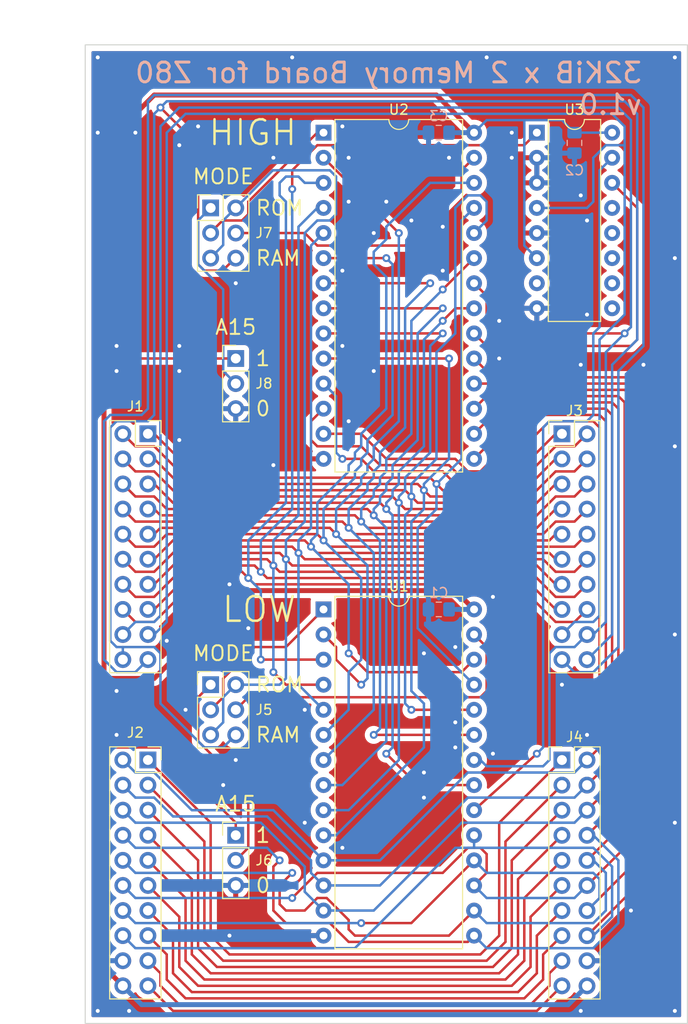
<source format=kicad_pcb>
(kicad_pcb (version 20211014) (generator pcbnew)
  (layers (0 "F.Cu" signal) (31 "B.Cu" signal) (34 "B.Paste" user) (35 "F.Paste" user) (36 "B.SilkS" user "B.Silkscreen") (37 "F.SilkS" user "F.Silkscreen") (38 "B.Mask" user) (39 "F.Mask" user) (44 "Edge.Cuts" user))
  (net 0 "")
  (net 1 "VCC")
  (net 2 "GND")
  (net 3 "/A8")
  (net 4 "/A0")
  (net 5 "/A9")
  (net 6 "/A1")
  (net 7 "/A10")
  (net 8 "/A2")
  (net 9 "/A11")
  (net 10 "/A3")
  (net 11 "/A12")
  (net 12 "/A4")
  (net 13 "/A13")
  (net 14 "/A5")
  (net 15 "/A14")
  (net 16 "/A6")
  (net 17 "/A15")
  (net 18 "/A7")
  (net 19 "/~{MREQ}")
  (net 20 "/~{RD}")
  (net 21 "/~{IORQ}")
  (net 22 "/~{WR}")
  (net 23 "/CLK")
  (net 24 "/D0")
  (net 25 "/~{RESET}")
  (net 26 "/D1")
  (net 27 "/~{HALT}")
  (net 28 "/D2")
  (net 29 "/~{M1}")
  (net 30 "/D3")
  (net 31 "/~{RFSH}")
  (net 32 "/D4")
  (net 33 "/~{BUSACK}")
  (net 34 "/D5")
  (net 35 "/~{BUSREQ}")
  (net 36 "/D6")
  (net 37 "/~{WAIT}")
  (net 38 "/D7")
  (net 39 "/~{NMI}")
  (net 40 "/~{INT}")
  (net 41 "Net-(J5-Pad1)")
  (net 42 "Net-(J5-Pad3)")
  (net 43 "Net-(J5-Pad4)")
  (net 44 "Net-(J7-Pad1)")
  (net 45 "Net-(J7-Pad3)")
  (net 46 "Net-(J7-Pad4)")
  (net 47 "Net-(U1-Pad20)")
  (net 48 "Net-(U2-Pad20)")
  (footprint "Package_DIP:DIP-16_W7.62mm" (layer "F.Cu") (at 147.32 46.99)
    (fp_text reference "U3")
    (fp_text value "74HC138")
  )
  (footprint "Connector_PinSocket_2.54mm:PinSocket_2x10_P2.54mm_Vertical" (layer "F.Cu") (at 107.95 77.47)
    (fp_text reference "J1")
    (fp_text value "Conn_02x10_Odd_Even")
  )
  (footprint "Connector_PinHeader_2.54mm:PinHeader_2x10_P2.54mm_Vertical" (layer "F.Cu") (at 149.86 110.495)
    (fp_text reference "J4")
    (fp_text value "Conn_02x10_Odd_Even")
  )
  (footprint "Connector_PinHeader_2.54mm:PinHeader_1x03_P2.54mm_Vertical" (layer "F.Cu") (at 116.84 69.85)
    (fp_text reference "J8")
    (fp_text value "ROM_DSEL")
  )
  (footprint "Connector_PinHeader_2.54mm:PinHeader_1x03_P2.54mm_Vertical" (layer "F.Cu") (at 116.84 118.11)
    (fp_text reference "J6")
    (fp_text value "ROM_DSEL")
  )
  (footprint "Connector_PinHeader_2.54mm:PinHeader_2x03_P2.54mm_Vertical" (layer "F.Cu") (at 114.3 102.87)
    (fp_text reference "J5")
    (fp_text value "ROM/RAM")
  )
  (footprint "Connector_PinHeader_2.54mm:PinHeader_2x10_P2.54mm_Vertical" (layer "F.Cu") (at 149.86 77.475)
    (fp_text reference "J3")
    (fp_text value "Conn_02x10_Odd_Even")
  )
  (footprint "Package_DIP:DIP-28_W15.24mm" (layer "F.Cu") (at 125.725 46.99)
    (fp_text reference "U2")
    (fp_text value "27C512")
  )
  (footprint "Package_DIP:DIP-28_W15.24mm" (layer "F.Cu") (at 125.725 95.25)
    (fp_text reference "U1")
    (fp_text value "27C512")
  )
  (footprint "Connector_PinHeader_2.54mm:PinHeader_2x03_P2.54mm_Vertical" (layer "F.Cu") (at 114.3 54.61)
    (fp_text reference "J7")
    (fp_text value "ROM/RAM")
  )
  (footprint "Connector_PinSocket_2.54mm:PinSocket_2x10_P2.54mm_Vertical" (layer "F.Cu") (at 107.95 110.49)
    (fp_text reference "J2")
    (fp_text value "Conn_02x10_Odd_Even")
  )
  (footprint "Capacitor_SMD:C_0805_2012Metric_Pad1.18x1.45mm_HandSolder" (layer "B.Cu") (at 137.3925 95.25 180)
    (fp_text reference "C1")
    (fp_text value "0.1u")
  )
  (footprint "Capacitor_SMD:C_0805_2012Metric_Pad1.18x1.45mm_HandSolder" (layer "B.Cu") (at 151.13 48.0275 -90)
    (fp_text reference "C2")
    (fp_text value "0.1u")
  )
  (footprint "Capacitor_SMD:C_0805_2012Metric_Pad1.18x1.45mm_HandSolder" (layer "B.Cu") (at 137.3925 46.99 180)
    (fp_text reference "C3")
    (fp_text value "0.1u")
  )
  (gr_rect (start 101.6 38.1) (end 162.56 137.16) (layer "Edge.Cuts") (width 0.1) (fill none))
  (gr_text "32KiB x 2 Memory Board for Z80\nv1.0" (at 158.115 42.545) (layer "B.SilkS") (effects (font (size 2 2) (thickness 0.3)) (justify left mirror)))
  (gr_text "RAM" (at 118.745 107.95) (layer "F.SilkS") (effects (font (size 1.5 1.5) (thickness 0.2)) (justify left)))
  (gr_text "ROM" (at 118.745 54.61) (layer "F.SilkS") (effects (font (size 1.5 1.5) (thickness 0.2)) (justify left)))
  (gr_text "ROM" (at 118.745 102.87) (layer "F.SilkS") (effects (font (size 1.5 1.5) (thickness 0.2)) (justify left)))
  (gr_text "RAM" (at 118.745 59.69) (layer "F.SilkS") (effects (font (size 1.5 1.5) (thickness 0.2)) (justify left)))
  (gr_text "1" (at 118.745 118.11) (layer "F.SilkS") (effects (font (size 1.5 1.5) (thickness 0.2)) (justify left)))
  (gr_text "LOW" (at 123.125 95.25) (layer "F.SilkS") (effects (font (size 2.5 2.5) (thickness 0.25)) (justify right)))
  (gr_text "MODE" (at 115.57 99.695) (layer "F.SilkS") (effects (font (size 1.5 1.5) (thickness 0.2))))
  (gr_text "1" (at 118.745 69.85) (layer "F.SilkS") (effects (font (size 1.5 1.5) (thickness 0.2)) (justify left)))
  (gr_text "MODE" (at 115.57 51.435) (layer "F.SilkS") (effects (font (size 1.5 1.5) (thickness 0.2))))
  (gr_text "A15" (at 116.84 114.935) (layer "F.SilkS") (effects (font (size 1.5 1.5) (thickness 0.2))))
  (gr_text "HIGH" (at 123.19 46.99) (layer "F.SilkS") (effects (font (size 2.5 2.5) (thickness 0.25)) (justify right)))
  (gr_text "0" (at 118.745 123.19) (layer "F.SilkS") (effects (font (size 1.5 1.5) (thickness 0.2)) (justify left)))
  (gr_text "A15" (at 116.84 66.675) (layer "F.SilkS") (effects (font (size 1.5 1.5) (thickness 0.2))))
  (gr_text "0" (at 118.745 74.93) (layer "F.SilkS") (effects (font (size 1.5 1.5) (thickness 0.2)) (justify left)))
  (segment (start 116.84 116.84) (end 109.22 109.22) (width 0.25) (layer "F.Cu") (net 1))
  (segment (start 103.505 102.235) (end 103.505 69.85) (width 0.5) (layer "F.Cu") (net 1))
  (segment (start 103.505 131.445) (end 103.505 109.22) (width 0.5) (layer "F.Cu") (net 1))
  (segment (start 116.84 118.11) (end 116.84 116.84) (width 0.25) (layer "F.Cu") (net 1))
  (segment (start 103.505 48.26) (end 108.585 43.18) (width 0.5) (layer "F.Cu") (net 1))
  (segment (start 137.155 43.18) (end 140.965 46.99) (width 0.5) (layer "F.Cu") (net 1))
  (segment (start 139.06 93.345) (end 117.475 93.345) (width 0.5) (layer "F.Cu") (net 1))
  (segment (start 103.505 109.22) (end 103.505 102.235) (width 0.5) (layer "F.Cu") (net 1))
  (segment (start 108.585 102.235) (end 103.505 102.235) (width 0.5) (layer "F.Cu") (net 1))
  (segment (start 103.505 69.85) (end 103.505 48.26) (width 0.5) (layer "F.Cu") (net 1))
  (segment (start 105.41 133.35) (end 103.505 131.445) (width 0.5) (layer "F.Cu") (net 1))
  (segment (start 116.84 69.85) (end 103.505 69.85) (width 0.25) (layer "F.Cu") (net 1))
  (segment (start 117.475 93.345) (end 108.585 102.235) (width 0.5) (layer "F.Cu") (net 1))
  (segment (start 140.965 95.25) (end 139.06 93.345) (width 0.5) (layer "F.Cu") (net 1))
  (segment (start 109.22 109.22) (end 103.505 109.22) (width 0.25) (layer "F.Cu") (net 1))
  (segment (start 108.585 43.18) (end 137.155 43.18) (width 0.5) (layer "F.Cu") (net 1))
  (segment (start 147.32 59.69) (end 146.05 58.42) (width 0.25) (layer "B.Cu") (net 1))
  (segment (start 152.4 133.355) (end 151.130834 134.620834) (width 0.5) (layer "B.Cu") (net 1))
  (segment (start 146.05 58.42) (end 146.05 45.72) (width 0.25) (layer "B.Cu") (net 1))
  (segment (start 146.05 45.72) (end 149.86 45.72) (width 0.25) (layer "B.Cu") (net 1))
  (segment (start 151.130834 134.620834) (end 150.495834 135.255834) (width 0.5) (layer "B.Cu") (net 1))
  (segment (start 107.315834 135.255834) (end 105.41 133.35) (width 0.5) (layer "B.Cu") (net 1))
  (segment (start 142.235 45.72) (end 146.05 45.72) (width 0.25) (layer "B.Cu") (net 1))
  (segment (start 138.43 95.25) (end 140.965 95.25) (width 0.5) (layer "B.Cu") (net 1))
  (segment (start 140.965 46.99) (end 142.235 45.72) (width 0.25) (layer "B.Cu") (net 1))
  (segment (start 151.13 46.99) (end 154.94 46.99) (width 0.25) (layer "B.Cu") (net 1))
  (segment (start 149.86 45.72) (end 151.13 46.99) (width 0.25) (layer "B.Cu") (net 1))
  (segment (start 138.43 46.99) (end 140.965 46.99) (width 0.5) (layer "B.Cu") (net 1))
  (segment (start 150.495834 135.255834) (end 107.315834 135.255834) (width 0.5) (layer "B.Cu") (net 1))
  (via (at 161.29 39.37) (size 0.8) (drill 0.4) (layers "F.Cu" "B.Cu") (net 2))
  (via (at 151.765 53.34) (size 0.8) (drill 0.4) (layers "F.Cu" "B.Cu") (net 2))
  (via (at 111.125 78.105) (size 0.8) (drill 0.4) (layers "F.Cu" "B.Cu") (net 2))
  (via (at 158.115 70.485) (size 0.8) (drill 0.4) (layers "F.Cu" "B.Cu") (net 2))
  (via (at 123.825 105.41) (size 0.8) (drill 0.4) (layers "F.Cu" "B.Cu") (net 2))
  (via (at 127.635 46.355) (size 0.8) (drill 0.4) (layers "F.Cu" "B.Cu") (net 2))
  (via (at 116.205 92.71) (size 0.8) (drill 0.4) (layers "F.Cu" "B.Cu") (net 2))
  (via (at 102.87 39.37) (size 0.8) (drill 0.4) (layers "F.Cu" "B.Cu") (net 2))
  (via (at 106.68 46.99) (size 0.8) (drill 0.4) (layers "F.Cu" "B.Cu") (net 2))
  (via (at 104.775 71.12) (size 0.8) (drill 0.4) (layers "F.Cu" "B.Cu") (net 2))
  (via (at 116.205 128.27) (size 0.8) (drill 0.4) (layers "F.Cu" "B.Cu") (net 2))
  (via (at 142.24 39.37) (size 0.8) (drill 0.4) (layers "F.Cu" "B.Cu") (net 2))
  (via (at 135.89 111.76) (size 0.8) (drill 0.4) (layers "F.Cu" "B.Cu") (net 2))
  (via (at 127.635 119.38) (size 0.8) (drill 0.4) (layers "F.Cu" "B.Cu") (net 2))
  (via (at 120.65 49.53) (size 0.8) (drill 0.4) (layers "F.Cu" "B.Cu") (net 2))
  (via (at 130.81 57.15) (size 0.8) (drill 0.4) (layers "F.Cu" "B.Cu") (net 2))
  (via (at 132.08 53.975) (size 0.8) (drill 0.4) (layers "F.Cu" "B.Cu") (net 2))
  (via (at 102.87 46.99) (size 0.8) (drill 0.4) (layers "F.Cu" "B.Cu") (net 2))
  (via (at 161.29 59.69) (size 0.8) (drill 0.4) (layers "F.Cu" "B.Cu") (net 2))
  (via (at 151.765 70.485) (size 0.8) (drill 0.4) (layers "F.Cu" "B.Cu") (net 2))
  (via (at 161.29 97.79) (size 0.8) (drill 0.4) (layers "F.Cu" "B.Cu") (net 2))
  (via (at 139.065 109.22) (size 0.8) (drill 0.4) (layers "F.Cu" "B.Cu") (net 2))
  (via (at 118.11 97.155) (size 0.8) (drill 0.4) (layers "F.Cu" "B.Cu") (net 2))
  (via (at 122.555 39.37) (size 0.8) (drill 0.4) (layers "F.Cu" "B.Cu") (net 2))
  (via (at 143.51 69.85) (size 0.8) (drill 0.4) (layers "F.Cu" "B.Cu") (net 2))
  (via (at 152.4 55.88) (size 0.8) (drill 0.4) (layers "F.Cu" "B.Cu") (net 2))
  (via (at 139.065 99.06) (size 0.8) (drill 0.4) (layers "F.Cu" "B.Cu") (net 2))
  (via (at 143.51 66.04) (size 0.8) (drill 0.4) (layers "F.Cu" "B.Cu") (net 2))
  (via (at 111.125 68.58) (size 0.8) (drill 0.4) (layers "F.Cu" "B.Cu") (net 2))
  (via (at 161.29 116.84) (size 0.8) (drill 0.4) (layers "F.Cu" "B.Cu") (net 2))
  (via (at 151.765 135.89) (size 0.8) (drill 0.4) (layers "F.Cu" "B.Cu") (net 2))
  (via (at 104.775 103.505) (size 0.8) (drill 0.4) (layers "F.Cu" "B.Cu") (net 2))
  (via (at 130.81 71.12) (size 0.8) (drill 0.4) (layers "F.Cu" "B.Cu") (net 2))
  (via (at 111.125 71.12) (size 0.8) (drill 0.4) (layers "F.Cu" "B.Cu") (net 2))
  (via (at 161.29 78.74) (size 0.8) (drill 0.4) (layers "F.Cu" "B.Cu") (net 2))
  (via (at 152.4 107.95) (size 0.8) (drill 0.4) (layers "F.Cu" "B.Cu") (net 2))
  (via (at 127.635 68.58) (size 0.8) (drill 0.4) (layers "F.Cu" "B.Cu") (net 2))
  (via (at 135.89 99.695) (size 0.8) (drill 0.4) (layers "F.Cu" "B.Cu") (net 2))
  (via (at 137.795 56.515) (size 0.8) (drill 0.4) (layers "F.Cu" "B.Cu") (net 2))
  (via (at 149.86 102.87) (size 0.8) (drill 0.4) (layers "F.Cu" "B.Cu") (net 2))
  (via (at 111.125 48.26) (size 0.8) (drill 0.4) (layers "F.Cu" "B.Cu") (net 2))
  (via (at 134.62 55.88) (size 0.8) (drill 0.4) (layers "F.Cu" "B.Cu") (net 2))
  (via (at 128.27 53.975) (size 0.8) (drill 0.4) (layers "F.Cu" "B.Cu") (net 2))
  (via (at 106.045 135.89) (size 0.8) (drill 0.4) (layers "F.Cu" "B.Cu") (net 2))
  (via (at 152.4 65.405) (size 0.8) (drill 0.4) (layers "F.Cu" "B.Cu") (net 2))
  (via (at 138.43 49.53) (size 0.8) (drill 0.4) (layers "F.Cu" "B.Cu") (net 2))
  (via (at 116.84 110.49) (size 0.8) (drill 0.4) (layers "F.Cu" "B.Cu") (net 2))
  (via (at 128.27 76.2) (size 0.8) (drill 0.4) (layers "F.Cu" "B.Cu") (net 2))
  (via (at 127.635 60.96) (size 0.8) (drill 0.4) (layers "F.Cu" "B.Cu") (net 2))
  (via (at 142.875 93.98) (size 0.8) (drill 0.4) (layers "F.Cu" "B.Cu") (net 2))
  (via (at 139.065 106.68) (size 0.8) (drill 0.4) (layers "F.Cu" "B.Cu") (net 2))
  (via (at 102.87 135.89) (size 0.8) (drill 0.4) (layers "F.Cu" "B.Cu") (net 2))
  (via (at 142.875 109.855) (size 0.8) (drill 0.4) (layers "F.Cu" "B.Cu") (net 2))
  (via (at 120.65 80.645) (size 0.8) (drill 0.4) (layers "F.Cu" "B.Cu") (net 2))
  (via (at 137.795 60.96) (size 0.8) (drill 0.4) (layers "F.Cu" "B.Cu") (net 2))
  (via (at 113.03 46.355) (size 0.8) (drill 0.4) (layers "F.Cu" "B.Cu") (net 2))
  (via (at 135.89 114.3) (size 0.8) (drill 0.4) (layers "F.Cu" "B.Cu") (net 2))
  (via (at 115.57 113.03) (size 0.8) (drill 0.4) (layers "F.Cu" "B.Cu") (net 2))
  (via (at 104.775 68.58) (size 0.8) (drill 0.4) (layers "F.Cu" "B.Cu") (net 2))
  (via (at 128.27 49.53) (size 0.8) (drill 0.4) (layers "F.Cu" "B.Cu") (net 2))
  (via (at 144.78 46.99) (size 0.8) (drill 0.4) (layers "F.Cu" "B.Cu") (net 2))
  (via (at 123.825 116.84) (size 0.8) (drill 0.4) (layers "F.Cu" "B.Cu") (net 2))
  (via (at 104.775 107.95) (size 0.8) (drill 0.4) (layers "F.Cu" "B.Cu") (net 2))
  (via (at 116.84 62.23) (size 0.8) (drill 0.4) (layers "F.Cu" "B.Cu") (net 2))
  (via (at 156.845 125.73) (size 0.8) (drill 0.4) (layers "F.Cu" "B.Cu") (net 2))
  (via (at 111.76 105.41) (size 0.8) (drill 0.4) (layers "F.Cu" "B.Cu") (net 2))
  (via (at 144.78 49.53) (size 0.8) (drill 0.4) (layers "F.Cu" "B.Cu") (net 2))
  (via (at 109.855 98.425) (size 0.8) (drill 0.4) (layers "F.Cu" "B.Cu") (net 2))
  (via (at 161.29 135.89) (size 0.8) (drill 0.4) (layers "F.Cu" "B.Cu") (net 2))
  (segment (start 113.03 81.915) (end 108.585 77.47) (width 0.25) (layer "F.Cu") (net 3))
  (segment (start 137.16 82.55) (end 136.525 81.915) (width 0.25) (layer "F.Cu") (net 3))
  (segment (start 108.585 77.47) (end 107.95 77.47) (width 0.25) (layer "F.Cu") (net 3))
  (segment (start 143.51 83.185) (end 137.795 83.185) (width 0.25) (layer "F.Cu") (net 3))
  (segment (start 136.525 81.915) (end 113.03 81.915) (width 0.25) (layer "F.Cu") (net 3))
  (segment (start 149.22 77.475) (end 143.51 83.185) (width 0.25) (layer "F.Cu") (net 3))
  (segment (start 137.795 83.185) (end 137.16 82.55) (width 0.25) (layer "F.Cu") (net 3))
  (segment (start 149.86 77.475) (end 149.22 77.475) (width 0.25) (layer "F.Cu") (net 3))
  (via (at 137.16 82.55) (size 0.8) (drill 0.4) (layers "F.Cu" "B.Cu") (net 3))
  (segment (start 139.7 80.01) (end 137.16 82.55) (width 0.25) (layer "B.Cu") (net 3))
  (segment (start 137.16 82.55) (end 137.16 85.09) (width 0.25) (layer "B.Cu") (net 3))
  (segment (start 139.6975 55.8775) (end 139.7 55.88) (width 0.25) (layer "B.Cu") (net 3))
  (segment (start 140.965 54.61) (end 139.6975 55.8775) (width 0.25) (layer "B.Cu") (net 3))
  (segment (start 139.7 55.88) (end 139.7 80.01) (width 0.25) (layer "B.Cu") (net 3))
  (segment (start 137.16 85.09) (end 135.255 86.995) (width 0.25) (layer "B.Cu") (net 3))
  (segment (start 135.255 86.995) (end 135.255 97.16) (width 0.25) (layer "B.Cu") (net 3))
  (segment (start 135.255 97.16) (end 140.965 102.87) (width 0.25) (layer "B.Cu") (net 3))
  (segment (start 112.395 82.55) (end 108.585 78.74) (width 0.25) (layer "F.Cu") (net 4))
  (segment (start 138.43 69.85) (end 125.725 69.85) (width 0.25) (layer "F.Cu") (net 4))
  (segment (start 152.4 77.475) (end 151.135 78.74) (width 0.25) (layer "F.Cu") (net 4))
  (segment (start 106.68 78.74) (end 105.41 77.47) (width 0.25) (layer "F.Cu") (net 4))
  (segment (start 151.135 78.74) (end 149.225 78.74) (width 0.25) (layer "F.Cu") (net 4))
  (segment (start 144.145 83.82) (end 136.525 83.82) (width 0.25) (layer "F.Cu") (net 4))
  (segment (start 135.255 82.55) (end 112.395 82.55) (width 0.25) (layer "F.Cu") (net 4))
  (segment (start 135.89 83.185) (end 135.255 82.55) (width 0.25) (layer "F.Cu") (net 4))
  (segment (start 108.585 78.74) (end 106.68 78.74) (width 0.25) (layer "F.Cu") (net 4))
  (segment (start 149.225 78.74) (end 144.145 83.82) (width 0.25) (layer "F.Cu") (net 4))
  (segment (start 136.525 83.82) (end 135.89 83.185) (width 0.25) (layer "F.Cu") (net 4))
  (via (at 135.89 83.185) (size 0.8) (drill 0.4) (layers "F.Cu" "B.Cu") (net 4))
  (via (at 138.43 69.85) (size 0.8) (drill 0.4) (layers "F.Cu" "B.Cu") (net 4))
  (segment (start 135.89 85.09) (end 134.62 86.36) (width 0.25) (layer "B.Cu") (net 4))
  (segment (start 135.89 83.185) (end 135.89 82.55) (width 0.25) (layer "B.Cu") (net 4))
  (segment (start 135.89 83.185) (end 135.89 85.09) (width 0.25) (layer "B.Cu") (net 4))
  (segment (start 134.62 103.505) (end 135.89 104.775) (width 0.25) (layer "B.Cu") (net 4))
  (segment (start 138.43 69.85) (end 138.43 80.01) (width 0.25) (layer "B.Cu") (net 4))
  (segment (start 135.89 104.775) (end 135.89 109.22) (width 0.25) (layer "B.Cu") (net 4))
  (segment (start 135.89 82.55) (end 138.43 80.01) (width 0.25) (layer "B.Cu") (net 4))
  (segment (start 135.89 109.22) (end 127 118.11) (width 0.25) (layer "B.Cu") (net 4))
  (segment (start 127 118.11) (end 125.725 118.11) (width 0.25) (layer "B.Cu") (net 4))
  (segment (start 134.62 86.36) (end 134.62 103.505) (width 0.25) (layer "B.Cu") (net 4))
  (segment (start 149.22 80.015) (end 144.78 84.455) (width 0.25) (layer "F.Cu") (net 5))
  (segment (start 134.62 83.82) (end 133.985 83.185) (width 0.25) (layer "F.Cu") (net 5))
  (segment (start 144.78 84.455) (end 135.255 84.455) (width 0.25) (layer "F.Cu") (net 5))
  (segment (start 111.76 83.185) (end 108.585 80.01) (width 0.25) (layer "F.Cu") (net 5))
  (segment (start 133.985 83.185) (end 111.76 83.185) (width 0.25) (layer "F.Cu") (net 5))
  (segment (start 108.585 80.01) (end 107.95 80.01) (width 0.25) (layer "F.Cu") (net 5))
  (segment (start 134.62 105.41) (end 140.965 105.41) (width 0.25) (layer "F.Cu") (net 5))
  (segment (start 149.86 80.015) (end 149.22 80.015) (width 0.25) (layer "F.Cu") (net 5))
  (segment (start 135.255 84.455) (end 134.62 83.82) (width 0.25) (layer "F.Cu") (net 5))
  (via (at 134.62 105.41) (size 0.8) (drill 0.4) (layers "F.Cu" "B.Cu") (net 5))
  (via (at 134.62 83.82) (size 0.8) (drill 0.4) (layers "F.Cu" "B.Cu") (net 5))
  (segment (start 137.16 69.215) (end 139.065 67.31) (width 0.25) (layer "B.Cu") (net 5))
  (segment (start 141.605 53.34) (end 142.24 53.975) (width 0.25) (layer "B.Cu") (net 5))
  (segment (start 137.16 80.01) (end 137.16 69.215) (width 0.25) (layer "B.Cu") (net 5))
  (segment (start 142.24 53.975) (end 142.24 55.875) (width 0.25) (layer "B.Cu") (net 5))
  (segment (start 133.985 85.725) (end 133.985 104.775) (width 0.25) (layer "B.Cu") (net 5))
  (segment (start 134.62 83.82) (end 134.62 82.55) (width 0.25) (layer "B.Cu") (net 5))
  (segment (start 134.62 83.82) (end 134.62 85.09) (width 0.25) (layer "B.Cu") (net 5))
  (segment (start 134.62 85.09) (end 133.985 85.725) (width 0.25) (layer "B.Cu") (net 5))
  (segment (start 139.065 67.31) (end 139.065 54.61) (width 0.25) (layer "B.Cu") (net 5))
  (segment (start 140.335 53.34) (end 141.605 53.34) (width 0.25) (layer "B.Cu") (net 5))
  (segment (start 133.985 104.775) (end 134.62 105.41) (width 0.25) (layer "B.Cu") (net 5))
  (segment (start 139.065 54.61) (end 140.335 53.34) (width 0.25) (layer "B.Cu") (net 5))
  (segment (start 142.24 55.875) (end 140.965 57.15) (width 0.25) (layer "B.Cu") (net 5))
  (segment (start 134.62 82.55) (end 137.16 80.01) (width 0.25) (layer "B.Cu") (net 5))
  (segment (start 137.795 67.31) (end 125.725 67.31) (width 0.25) (layer "F.Cu") (net 6))
  (segment (start 145.415 85.09) (end 133.985 85.09) (width 0.25) (layer "F.Cu") (net 6))
  (segment (start 106.68 81.28) (end 105.41 80.01) (width 0.25) (layer "F.Cu") (net 6))
  (segment (start 152.4 80.015) (end 151.135 81.28) (width 0.25) (layer "F.Cu") (net 6))
  (segment (start 132.715 83.82) (end 111.125 83.82) (width 0.25) (layer "F.Cu") (net 6))
  (segment (start 108.585 81.28) (end 106.68 81.28) (width 0.25) (layer "F.Cu") (net 6))
  (segment (start 111.125 83.82) (end 108.585 81.28) (width 0.25) (layer "F.Cu") (net 6))
  (segment (start 133.35 84.455) (end 132.715 83.82) (width 0.25) (layer "F.Cu") (net 6))
  (segment (start 133.985 85.09) (end 133.35 84.455) (width 0.25) (layer "F.Cu") (net 6))
  (segment (start 149.225 81.28) (end 145.415 85.09) (width 0.25) (layer "F.Cu") (net 6))
  (segment (start 151.135 81.28) (end 149.225 81.28) (width 0.25) (layer "F.Cu") (net 6))
  (via (at 137.795 67.31) (size 0.8) (drill 0.4) (layers "F.Cu" "B.Cu") (net 6))
  (via (at 133.35 84.455) (size 0.8) (drill 0.4) (layers "F.Cu" "B.Cu") (net 6))
  (segment (start 133.985 81.915) (end 133.985 83.185) (width 0.25) (layer "B.Cu") (net 6))
  (segment (start 133.35 84.455) (end 133.35 110.49) (width 0.25) (layer "B.Cu") (net 6))
  (segment (start 128.27 115.57) (end 125.725 115.57) (width 0.25) (layer "B.Cu") (net 6))
  (segment (start 137.795 67.31) (end 136.525 68.58) (width 0.25) (layer "B.Cu") (net 6))
  (segment (start 133.35 83.82) (end 133.35 84.455) (width 0.25) (layer "B.Cu") (net 6))
  (segment (start 133.985 83.185) (end 133.35 83.82) (width 0.25) (layer "B.Cu") (net 6))
  (segment (start 136.525 68.58) (end 136.525 79.375) (width 0.25) (layer "B.Cu") (net 6))
  (segment (start 133.35 110.49) (end 128.27 115.57) (width 0.25) (layer "B.Cu") (net 6))
  (segment (start 136.525 79.375) (end 133.985 81.915) (width 0.25) (layer "B.Cu") (net 6))
  (segment (start 149.22 82.555) (end 146.05 85.725) (width 0.25) (layer "F.Cu") (net 7))
  (segment (start 137.795 66.04) (end 139.065 64.77) (width 0.25) (layer "F.Cu") (net 7))
  (segment (start 132.715 85.725) (end 132.08 85.09) (width 0.25) (layer "F.Cu") (net 7))
  (segment (start 108.585 82.55) (end 107.95 82.55) (width 0.25) (layer "F.Cu") (net 7))
  (segment (start 139.065 64.77) (end 140.965 64.77) (width 0.25) (layer "F.Cu") (net 7))
  (segment (start 149.86 82.555) (end 149.22 82.555) (width 0.25) (layer "F.Cu") (net 7))
  (segment (start 131.445 84.455) (end 110.49 84.455) (width 0.25) (layer "F.Cu") (net 7))
  (segment (start 146.05 85.725) (end 132.715 85.725) (width 0.25) (layer "F.Cu") (net 7))
  (segment (start 135.255 113.03) (end 140.965 113.03) (width 0.25) (layer "F.Cu") (net 7))
  (segment (start 132.08 109.855) (end 135.255 113.03) (width 0.25) (layer "F.Cu") (net 7))
  (segment (start 110.49 84.455) (end 108.585 82.55) (width 0.25) (layer "F.Cu") (net 7))
  (segment (start 132.08 85.09) (end 131.445 84.455) (width 0.25) (layer "F.Cu") (net 7))
  (via (at 132.08 85.09) (size 0.8) (drill 0.4) (layers "F.Cu" "B.Cu") (net 7))
  (via (at 132.08 109.855) (size 0.8) (drill 0.4) (layers "F.Cu" "B.Cu") (net 7))
  (via (at 137.795 66.04) (size 0.8) (drill 0.4) (layers "F.Cu" "B.Cu") (net 7))
  (segment (start 132.715 83.82) (end 132.08 84.455) (width 0.25) (layer "B.Cu") (net 7))
  (segment (start 132.08 85.09) (end 132.715 85.725) (width 0.25) (layer "B.Cu") (net 7))
  (segment (start 137.795 66.04) (end 135.89 67.945) (width 0.25) (layer "B.Cu") (net 7))
  (segment (start 133.35 81.28) (end 133.35 82.55) (width 0.25) (layer "B.Cu") (net 7))
  (segment (start 135.89 67.945) (end 135.89 78.74) (width 0.25) (layer "B.Cu") (net 7))
  (segment (start 132.715 109.22) (end 132.08 109.855) (width 0.25) (layer "B.Cu") (net 7))
  (segment (start 132.08 84.455) (end 132.08 85.09) (width 0.25) (layer "B.Cu") (net 7))
  (segment (start 132.715 83.185) (end 132.715 83.82) (width 0.25) (layer "B.Cu") (net 7))
  (segment (start 132.715 85.725) (end 132.715 109.22) (width 0.25) (layer "B.Cu") (net 7))
  (segment (start 135.89 78.74) (end 133.35 81.28) (width 0.25) (layer "B.Cu") (net 7))
  (segment (start 133.35 82.55) (end 132.715 83.185) (width 0.25) (layer "B.Cu") (net 7))
  (segment (start 149.225 83.82) (end 146.685 86.36) (width 0.25) (layer "F.Cu") (net 8))
  (segment (start 146.685 86.36) (end 131.445 86.36) (width 0.25) (layer "F.Cu") (net 8))
  (segment (start 108.585 83.82) (end 106.68 83.82) (width 0.25) (layer "F.Cu") (net 8))
  (segment (start 106.68 83.82) (end 105.41 82.55) (width 0.25) (layer "F.Cu") (net 8))
  (segment (start 137.795 64.77) (end 125.725 64.77) (width 0.25) (layer "F.Cu") (net 8))
  (segment (start 130.81 85.725) (end 130.175 85.09) (width 0.25) (layer "F.Cu") (net 8))
  (segment (start 109.855 85.09) (end 108.585 83.82) (width 0.25) (layer "F.Cu") (net 8))
  (segment (start 130.175 85.09) (end 109.855 85.09) (width 0.25) (layer "F.Cu") (net 8))
  (segment (start 151.135 83.82) (end 149.225 83.82) (width 0.25) (layer "F.Cu") (net 8))
  (segment (start 152.4 82.555) (end 151.135 83.82) (width 0.25) (layer "F.Cu") (net 8))
  (segment (start 131.445 86.36) (end 130.81 85.725) (width 0.25) (layer "F.Cu") (net 8))
  (via (at 137.795 64.77) (size 0.8) (drill 0.4) (layers "F.Cu" "B.Cu") (net 8))
  (via (at 130.81 85.725) (size 0.8) (drill 0.4) (layers "F.Cu" "B.Cu") (net 8))
  (segment (start 132.08 83.185) (end 131.445 83.82) (width 0.25) (layer "B.Cu") (net 8))
  (segment (start 130.81 85.09) (end 130.81 85.725) (width 0.25) (layer "B.Cu") (net 8))
  (segment (start 132.715 81.915) (end 132.08 82.55) (width 0.25) (layer "B.Cu") (net 8))
  (segment (start 135.255 67.31) (end 135.255 78.105) (width 0.25) (layer "B.Cu") (net 8))
  (segment (start 137.795 64.77) (end 135.255 67.31) (width 0.25) (layer "B.Cu") (net 8))
  (segment (start 135.255 78.105) (end 132.715 80.645) (width 0.25) (layer "B.Cu") (net 8))
  (segment (start 130.81 85.725) (end 132.08 86.995) (width 0.25) (layer "B.Cu") (net 8))
  (segment (start 132.715 80.645) (end 132.715 81.915) (width 0.25) (layer "B.Cu") (net 8))
  (segment (start 132.08 86.995) (end 132.08 108.585) (width 0.25) (layer "B.Cu") (net 8))
  (segment (start 131.445 83.82) (end 131.445 84.455) (width 0.25) (layer "B.Cu") (net 8))
  (segment (start 132.08 82.55) (end 132.08 83.185) (width 0.25) (layer "B.Cu") (net 8))
  (segment (start 132.08 108.585) (end 127.635 113.03) (width 0.25) (layer "B.Cu") (net 8))
  (segment (start 131.445 84.455) (end 130.81 85.09) (width 0.25) (layer "B.Cu") (net 8))
  (segment (start 127.635 113.03) (end 125.725 113.03) (width 0.25) (layer "B.Cu") (net 8))
  (segment (start 108.585 85.09) (end 107.95 85.09) (width 0.25) (layer "F.Cu") (net 9))
  (segment (start 137.795 62.865) (end 137.795 62.86) (width 0.25) (layer "F.Cu") (net 9))
  (segment (start 129.54 86.36) (end 128.905 85.725) (width 0.25) (layer "F.Cu") (net 9))
  (segment (start 149.22 85.095) (end 147.32 86.995) (width 0.25) (layer "F.Cu") (net 9))
  (segment (start 147.32 86.995) (end 130.175 86.995) (width 0.25) (layer "F.Cu") (net 9))
  (segment (start 128.905 85.725) (end 109.22 85.725) (width 0.25) (layer "F.Cu") (net 9))
  (segment (start 137.795 62.86) (end 140.965 59.69) (width 0.25) (layer "F.Cu") (net 9))
  (segment (start 130.175 86.995) (end 129.54 86.36) (width 0.25) (layer "F.Cu") (net 9))
  (segment (start 130.81 107.95) (end 140.965 107.95) (width 0.25) (layer "F.Cu") (net 9))
  (segment (start 149.86 85.095) (end 149.22 85.095) (width 0.25) (layer "F.Cu") (net 9))
  (segment (start 109.22 85.725) (end 108.585 85.09) (width 0.25) (layer "F.Cu") (net 9))
  (via (at 130.81 107.95) (size 0.8) (drill 0.4) (layers "F.Cu" "B.Cu") (net 9))
  (via (at 129.54 86.36) (size 0.8) (drill 0.4) (layers "F.Cu" "B.Cu") (net 9))
  (via (at 137.795 62.865) (size 0.8) (drill 0.4) (layers "F.Cu" "B.Cu") (net 9))
  (segment (start 132.08 81.28) (end 132.08 80.01) (width 0.25) (layer "B.Cu") (net 9))
  (segment (start 134.62 66.04) (end 137.795 62.865) (width 0.25) (layer "B.Cu") (net 9))
  (segment (start 129.54 86.36) (end 131.445 88.265) (width 0.25) (layer "B.Cu") (net 9))
  (segment (start 131.445 88.265) (end 131.445 107.315) (width 0.25) (layer "B.Cu") (net 9))
  (segment (start 129.54 86.36) (end 129.54 85.09) (width 0.25) (layer "B.Cu") (net 9))
  (segment (start 130.81 83.185) (end 131.445 82.55) (width 0.25) (layer "B.Cu") (net 9))
  (segment (start 134.62 77.47) (end 134.62 66.04) (width 0.25) (layer "B.Cu") (net 9))
  (segment (start 131.445 82.55) (end 131.445 81.915) (width 0.25) (layer "B.Cu") (net 9))
  (segment (start 132.08 80.01) (end 134.62 77.47) (width 0.25) (layer "B.Cu") (net 9))
  (segment (start 131.445 107.315) (end 130.81 107.95) (width 0.25) (layer "B.Cu") (net 9))
  (segment (start 130.81 83.82) (end 130.81 83.185) (width 0.25) (layer "B.Cu") (net 9))
  (segment (start 129.54 85.09) (end 130.81 83.82) (width 0.25) (layer "B.Cu") (net 9))
  (segment (start 131.445 81.915) (end 132.08 81.28) (width 0.25) (layer "B.Cu") (net 9))
  (segment (start 149.225 86.36) (end 147.955 87.63) (width 0.25) (layer "F.Cu") (net 10))
  (segment (start 136.525 62.23) (end 125.725 62.23) (width 0.25) (layer "F.Cu") (net 10))
  (segment (start 151.135 86.36) (end 149.225 86.36) (width 0.25) (layer "F.Cu") (net 10))
  (segment (start 147.955 87.63) (end 128.905 87.63) (width 0.25) (layer "F.Cu") (net 10))
  (segment (start 128.27 86.995) (end 127.635 86.36) (width 0.25) (layer "F.Cu") (net 10))
  (segment (start 127.635 86.36) (end 106.68 86.36) (width 0.25) (layer "F.Cu") (net 10))
  (segment (start 128.905 87.63) (end 128.27 86.995) (width 0.25) (layer "F.Cu") (net 10))
  (segment (start 152.4 85.095) (end 151.135 86.36) (width 0.25) (layer "F.Cu") (net 10))
  (segment (start 106.68 86.36) (end 105.41 85.09) (width 0.25) (layer "F.Cu") (net 10))
  (via (at 136.525 62.23) (size 0.8) (drill 0.4) (layers "F.Cu" "B.Cu") (net 10))
  (via (at 128.27 86.995) (size 0.8) (drill 0.4) (layers "F.Cu" "B.Cu") (net 10))
  (segment (start 128.27 86.995) (end 128.27 85.09) (width 0.25) (layer "B.Cu") (net 10))
  (segment (start 133.985 64.77) (end 136.525 62.23) (width 0.25) (layer "B.Cu") (net 10))
  (segment (start 133.985 76.835) (end 133.985 64.77) (width 0.25) (layer "B.Cu") (net 10))
  (segment (start 128.27 85.09) (end 130.175 83.185) (width 0.25) (layer "B.Cu") (net 10))
  (segment (start 131.445 80.645) (end 131.445 79.375) (width 0.25) (layer "B.Cu") (net 10))
  (segment (start 130.175 82.55) (end 130.81 81.915) (width 0.25) (layer "B.Cu") (net 10))
  (segment (start 128.27 86.995) (end 130.81 89.535) (width 0.25) (layer "B.Cu") (net 10))
  (segment (start 130.81 81.28) (end 131.445 80.645) (width 0.25) (layer "B.Cu") (net 10))
  (segment (start 130.81 89.535) (end 130.81 105.405) (width 0.25) (layer "B.Cu") (net 10))
  (segment (start 130.175 83.185) (end 130.175 82.55) (width 0.25) (layer "B.Cu") (net 10))
  (segment (start 130.81 105.405) (end 125.725 110.49) (width 0.25) (layer "B.Cu") (net 10))
  (segment (start 131.445 79.375) (end 133.985 76.835) (width 0.25) (layer "B.Cu") (net 10))
  (segment (start 130.81 81.915) (end 130.81 81.28) (width 0.25) (layer "B.Cu") (net 10))
  (segment (start 149.22 87.635) (end 148.59 88.265) (width 0.25) (layer "F.Cu") (net 11))
  (segment (start 133.3475 57.1525) (end 125.725 49.53) (width 0.25) (layer "F.Cu") (net 11))
  (segment (start 149.86 87.635) (end 149.22 87.635) (width 0.25) (layer "F.Cu") (net 11))
  (segment (start 109.22 86.995) (end 108.585 87.63) (width 0.25) (layer "F.Cu") (net 11))
  (segment (start 108.585 87.63) (end 107.95 87.63) (width 0.25) (layer "F.Cu") (net 11))
  (segment (start 127.635 88.265) (end 127 87.63) (width 0.25) (layer "F.Cu") (net 11))
  (segment (start 126.365 86.995) (end 109.22 86.995) (width 0.25) (layer "F.Cu") (net 11))
  (segment (start 129.54 102.87) (end 127 100.33) (width 0.25) (layer "F.Cu") (net 11))
  (segment (start 127 87.63) (end 126.365 86.995) (width 0.25) (layer "F.Cu") (net 11))
  (segment (start 127 100.33) (end 127 99.065) (width 0.25) (layer "F.Cu") (net 11))
  (segment (start 148.59 88.265) (end 127.635 88.265) (width 0.25) (layer "F.Cu") (net 11))
  (segment (start 127 99.065) (end 125.725 97.79) (width 0.25) (layer "F.Cu") (net 11))
  (via (at 133.3475 57.1525) (size 0.8) (drill 0.4) (layers "F.Cu" "B.Cu") (net 11))
  (via (at 127 87.63) (size 0.8) (drill 0.4) (layers "F.Cu" "B.Cu") (net 11))
  (via (at 129.54 102.87) (size 0.8) (drill 0.4) (layers "F.Cu" "B.Cu") (net 11))
  (segment (start 127 85.09) (end 129.54 82.55) (width 0.25) (layer "B.Cu") (net 11))
  (segment (start 130.175 90.805) (end 127 87.63) (width 0.25) (layer "B.Cu") (net 11))
  (segment (start 130.174641 81.28) (end 130.174641 80.645359) (width 0.25) (layer "B.Cu") (net 11))
  (segment (start 127 87.63) (end 127 85.09) (width 0.25) (layer "B.Cu") (net 11))
  (segment (start 130.81 80.01) (end 130.81 78.74) (width 0.25) (layer "B.Cu") (net 11))
  (segment (start 130.81 78.74) (end 133.35 76.2) (width 0.25) (layer "B.Cu") (net 11))
  (segment (start 130.175 102.235) (end 130.175 90.805) (width 0.25) (layer "B.Cu") (net 11))
  (segment (start 129.54 102.87) (end 130.175 102.235) (width 0.25) (layer "B.Cu") (net 11))
  (segment (start 133.35 57.155) (end 133.3475 57.1525) (width 0.25) (layer "B.Cu") (net 11))
  (segment (start 129.54 81.915) (end 130.174641 81.28) (width 0.25) (layer "B.Cu") (net 11))
  (segment (start 133.35 76.2) (end 133.35 57.155) (width 0.25) (layer "B.Cu") (net 11))
  (segment (start 130.174641 80.645359) (end 130.81 80.01) (width 0.25) (layer "B.Cu") (net 11))
  (segment (start 129.54 82.55) (end 129.54 81.915) (width 0.25) (layer "B.Cu") (net 11))
  (segment (start 106.68 88.9) (end 105.41 87.63) (width 0.25) (layer "F.Cu") (net 12))
  (segment (start 108.585 88.9) (end 106.68 88.9) (width 0.25) (layer "F.Cu") (net 12))
  (segment (start 125.095 87.63) (end 109.855 87.63) (width 0.25) (layer "F.Cu") (net 12))
  (segment (start 109.855 87.63) (end 108.585 88.9) (width 0.25) (layer "F.Cu") (net 12))
  (segment (start 151.135 88.9) (end 126.365 88.9) (width 0.25) (layer "F.Cu") (net 12))
  (segment (start 152.4 87.635) (end 151.135 88.9) (width 0.25) (layer "F.Cu") (net 12))
  (segment (start 125.73 88.265) (end 125.095 87.63) (width 0.25) (layer "F.Cu") (net 12))
  (segment (start 132.08 59.69) (end 125.725 59.69) (width 0.25) (layer "F.Cu") (net 12))
  (segment (start 126.365 88.9) (end 125.73 88.265) (width 0.25) (layer "F.Cu") (net 12))
  (via (at 132.08 59.69) (size 0.8) (drill 0.4) (layers "F.Cu" "B.Cu") (net 12))
  (via (at 125.73 88.265) (size 0.8) (drill 0.4) (layers "F.Cu" "B.Cu") (net 12))
  (segment (start 128.27 101.6) (end 128.27 105.405) (width 0.25) (layer "B.Cu") (net 12))
  (segment (start 128.905 81.28) (end 129.54 80.645) (width 0.25) (layer "B.Cu") (net 12))
  (segment (start 129.54 92.075) (end 129.54 100.33) (width 0.25) (layer "B.Cu") (net 12))
  (segment (start 130.175 79.375) (end 130.175 78.105) (width 0.25) (layer "B.Cu") (net 12))
  (segment (start 132.715 75.565) (end 132.715 60.325) (width 0.25) (layer "B.Cu") (net 12))
  (segment (start 128.27 105.405) (end 125.725 107.95) (width 0.25) (layer "B.Cu") (net 12))
  (segment (start 125.73 88.265) (end 125.73 85.09) (width 0.25) (layer "B.Cu") (net 12))
  (segment (start 125.73 88.265) (end 129.54 92.075) (width 0.25) (layer "B.Cu") (net 12))
  (segment (start 130.175 78.105) (end 132.715 75.565) (width 0.25) (layer "B.Cu") (net 12))
  (segment (start 129.54 100.33) (end 128.27 101.6) (width 0.25) (layer "B.Cu") (net 12))
  (segment (start 125.73 85.09) (end 128.905 81.915) (width 0.25) (layer "B.Cu") (net 12))
  (segment (start 128.905 81.915) (end 128.905 81.28) (width 0.25) (layer "B.Cu") (net 12))
  (segment (start 132.715 60.325) (end 132.08 59.69) (width 0.25) (layer "B.Cu") (net 12))
  (segment (start 129.54 80.645) (end 129.54 80.01) (width 0.25) (layer "B.Cu") (net 12))
  (segment (start 129.54 80.01) (end 130.175 79.375) (width 0.25) (layer "B.Cu") (net 12))
  (segment (start 123.825 88.265) (end 110.49 88.265) (width 0.25) (layer "F.Cu") (net 13))
  (segment (start 128.27 99.695) (end 130.175 101.6) (width 0.25) (layer "F.Cu") (net 13))
  (segment (start 148.59 89.535) (end 125.095 89.535) (width 0.25) (layer "F.Cu") (net 13))
  (segment (start 110.49 88.265) (end 108.585 90.17) (width 0.25) (layer "F.Cu") (net 13))
  (segment (start 139.695 101.6) (end 140.965 100.33) (width 0.25) (layer "F.Cu") (net 13))
  (segment (start 149.86 90.175) (end 149.23 90.175) (width 0.25) (layer "F.Cu") (net 13))
  (segment (start 130.175 101.6) (end 139.695 101.6) (width 0.25) (layer "F.Cu") (net 13))
  (segment (start 124.46 88.9) (end 123.825 88.265) (width 0.25) (layer "F.Cu") (net 13))
  (segment (start 125.095 89.535) (end 124.46 88.9) (width 0.25) (layer "F.Cu") (net 13))
  (segment (start 149.23 90.175) (end 148.59 89.535) (width 0.25) (layer "F.Cu") (net 13))
  (segment (start 108.585 90.17) (end 107.95 90.17) (width 0.25) (layer "F.Cu") (net 13))
  (via (at 124.46 88.9) (size 0.8) (drill 0.4) (layers "F.Cu" "B.Cu") (net 13))
  (via (at 128.27 99.695) (size 0.8) (drill 0.4) (layers "F.Cu" "B.Cu") (net 13))
  (segment (start 128.27 80.645) (end 128.905 80.01) (width 0.25) (layer "B.Cu") (net 13))
  (segment (start 124.46 88.9) (end 124.46 88.265) (width 0.25) (layer "B.Cu") (net 13))
  (segment (start 128.905 79.375) (end 129.54 78.74) (width 0.25) (layer "B.Cu") (net 13))
  (segment (start 129.54 77.47) (end 132.08 74.93) (width 0.25) (layer "B.Cu") (net 13))
  (segment (start 132.08 57.785) (end 130.81 59.055) (width 0.25) (layer "B.Cu") (net 13))
  (segment (start 132.08 56.515) (end 132.08 57.785) (width 0.25) (layer "B.Cu") (net 13))
  (segment (start 132.08 74.93) (end 132.08 61.595) (width 0.25) (layer "B.Cu") (net 13))
  (segment (start 132.08 56.515) (end 136.525 52.07) (width 0.25) (layer "B.Cu") (net 13))
  (segment (start 136.525 52.07) (end 140.965 52.07) (width 0.25) (layer "B.Cu") (net 13))
  (segment (start 132.08 61.595) (end 130.81 60.325) (width 0.25) (layer "B.Cu") (net 13))
  (segment (start 129.54 78.74) (end 129.54 77.47) (width 0.25) (layer "B.Cu") (net 13))
  (segment (start 128.27 81.28) (end 128.27 80.645) (width 0.25) (layer "B.Cu") (net 13))
  (segment (start 128.905 80.01) (end 128.905 79.375) (width 0.25) (layer "B.Cu") (net 13))
  (segment (start 128.27 92.71) (end 128.27 99.695) (width 0.25) (layer "B.Cu") (net 13))
  (segment (start 130.81 60.325) (end 130.81 59.055) (width 0.25) (layer "B.Cu") (net 13))
  (segment (start 125.095 87.63) (end 125.095 84.455) (width 0.25) (layer "B.Cu") (net 13))
  (segment (start 124.46 88.9) (end 128.27 92.71) (width 0.25) (layer "B.Cu") (net 13))
  (segment (start 125.095 84.455) (end 128.27 81.28) (width 0.25) (layer "B.Cu") (net 13))
  (segment (start 124.46 88.265) (end 125.095 87.63) (width 0.25) (layer "B.Cu") (net 13))
  (segment (start 123.19 89.535) (end 122.555 88.9) (width 0.25) (layer "F.Cu") (net 14))
  (segment (start 106.68 91.44) (end 105.41 90.17) (width 0.25) (layer "F.Cu") (net 14))
  (segment (start 123.825 90.17) (end 123.19 89.535) (width 0.25) (layer "F.Cu") (net 14))
  (segment (start 111.125 88.9) (end 108.585 91.44) (width 0.25) (layer "F.Cu") (net 14))
  (segment (start 151.135 91.44) (end 149.225 91.44) (width 0.25) (layer "F.Cu") (net 14))
  (segment (start 152.4 90.175) (end 151.135 91.44) (width 0.25) (layer "F.Cu") (net 14))
  (segment (start 147.955 90.17) (end 123.825 90.17) (width 0.25) (layer "F.Cu") (net 14))
  (segment (start 149.225 91.44) (end 147.955 90.17) (width 0.25) (layer "F.Cu") (net 14))
  (segment (start 108.585 91.44) (end 106.68 91.44) (width 0.25) (layer "F.Cu") (net 14))
  (segment (start 122.555 88.9) (end 111.125 88.9) (width 0.25) (layer "F.Cu") (net 14))
  (via (at 123.19 89.535) (size 0.8) (drill 0.4) (layers "F.Cu" "B.Cu") (net 14))
  (segment (start 124.46 86.995) (end 124.46 58.415) (width 0.25) (layer "B.Cu") (net 14))
  (segment (start 123.19 88.265) (end 124.46 86.995) (width 0.25) (layer "B.Cu") (net 14))
  (segment (start 123.19 102.875) (end 125.725 105.41) (width 0.25) (layer "B.Cu") (net 14))
  (segment (start 123.19 89.535) (end 123.19 102.875) (width 0.25) (layer "B.Cu") (net 14))
  (segment (start 124.46 58.415) (end 125.725 57.15) (width 0.25) (layer "B.Cu") (net 14))
  (segment (start 123.19 89.535) (end 123.19 88.265) (width 0.25) (layer "B.Cu") (net 14))
  (segment (start 149.86 92.715) (end 149.23 92.715) (width 0.25) (layer "F.Cu") (net 15))
  (segment (start 121.92 90.17) (end 121.285 89.535) (width 0.25) (layer "F.Cu") (net 15))
  (segment (start 149.23 92.715) (end 147.32 90.805) (width 0.25) (layer "F.Cu") (net 15))
  (segment (start 121.285 89.535) (end 111.76 89.535) (width 0.25) (layer "F.Cu") (net 15))
  (segment (start 111.76 89.535) (end 108.585 92.71) (width 0.25) (layer "F.Cu") (net 15))
  (segment (start 108.585 92.71) (end 107.95 92.71) (width 0.25) (layer "F.Cu") (net 15))
  (segment (start 147.32 90.805) (end 122.555 90.805) (width 0.25) (layer "F.Cu") (net 15))
  (segment (start 122.555 90.805) (end 121.92 90.17) (width 0.25) (layer "F.Cu") (net 15))
  (via (at 121.92 90.17) (size 0.8) (drill 0.4) (layers "F.Cu" "B.Cu") (net 15))
  (segment (start 115.57 55.88) (end 115.57 58.36) (width 0.25) (layer "B.Cu") (net 15))
  (segment (start 123.825 86.36) (end 123.825 57.15) (width 0.25) (layer "B.Cu") (net 15))
  (segment (start 126.365 50.8) (end 120.59 50.8) (width 0.25) (layer "B.Cu") (net 15))
  (segment (start 126.365 55.88) (end 127 55.245) (width 0.25) (layer "B.Cu") (net 15))
  (segment (start 123.825 57.15) (end 125.095 55.88) (width 0.25) (layer "B.Cu") (net 15))
  (segment (start 121.92 102.235) (end 121.285 102.87) (width 0.25) (layer "B.Cu") (net 15))
  (segment (start 127 51.435) (end 126.365 50.8) (width 0.25) (layer "B.Cu") (net 15))
  (segment (start 125.095 55.88) (end 126.365 55.88) (width 0.25) (layer "B.Cu") (net 15))
  (segment (start 121.285 102.87) (end 116.84 102.87) (width 0.25) (layer "B.Cu") (net 15))
  (segment (start 115.57 106.68) (end 114.3 107.95) (width 0.25) (layer "B.Cu") (net 15))
  (segment (start 121.92 88.265) (end 123.825 86.36) (width 0.25) (layer "B.Cu") (net 15))
  (segment (start 121.92 90.17) (end 121.92 88.265) (width 0.25) (layer "B.Cu") (net 15))
  (segment (start 127 55.245) (end 127 51.435) (width 0.25) (layer "B.Cu") (net 15))
  (segment (start 115.57 58.36) (end 114.3 59.69) (width 0.25) (layer "B.Cu") (net 15))
  (segment (start 116.84 102.87) (end 115.57 104.14) (width 0.25) (layer "B.Cu") (net 15))
  (segment (start 120.59 50.8) (end 116.84 54.61) (width 0.25) (layer "B.Cu") (net 15))
  (segment (start 121.92 90.17) (end 121.92 102.235) (width 0.25) (layer "B.Cu") (net 15))
  (segment (start 116.84 54.61) (end 115.57 55.88) (width 0.25) (layer "B.Cu") (net 15))
  (segment (start 115.57 104.14) (end 115.57 106.68) (width 0.25) (layer "B.Cu") (net 15))
  (segment (start 121.92 102.87) (end 125.725 102.87) (width 0.25) (layer "F.Cu") (net 16))
  (segment (start 146.685 91.44) (end 121.285 91.44) (width 0.25) (layer "F.Cu") (net 16))
  (segment (start 120.65 90.805) (end 120.015 90.17) (width 0.25) (layer "F.Cu") (net 16))
  (segment (start 108.585 93.98) (end 106.68 93.98) (width 0.25) (layer "F.Cu") (net 16))
  (segment (start 151.135 93.98) (end 149.225 93.98) (width 0.25) (layer "F.Cu") (net 16))
  (segment (start 120.015 90.17) (end 112.395 90.17) (width 0.25) (layer "F.Cu") (net 16))
  (segment (start 106.68 93.98) (end 105.41 92.71) (width 0.25) (layer "F.Cu") (net 16))
  (segment (start 149.225 93.98) (end 146.685 91.44) (width 0.25) (layer "F.Cu") (net 16))
  (segment (start 120.65 101.6) (end 121.92 102.87) (width 0.25) (layer "F.Cu") (net 16))
  (segment (start 152.4 92.715) (end 151.135 93.98) (width 0.25) (layer "F.Cu") (net 16))
  (segment (start 112.395 90.17) (end 108.585 93.98) (width 0.25) (layer "F.Cu") (net 16))
  (segment (start 121.285 91.44) (end 120.65 90.805) (width 0.25) (layer "F.Cu") (net 16))
  (via (at 120.65 101.6) (size 0.8) (drill 0.4) (layers "F.Cu" "B.Cu") (net 16))
  (via (at 120.65 90.805) (size 0.8) (drill 0.4) (layers "F.Cu" "B.Cu") (net 16))
  (segment (start 125.725 54.61) (end 125.095 54.61) (width 0.25) (layer "B.Cu") (net 16))
  (segment (start 123.19 85.725) (end 120.65 88.265) (width 0.25) (layer "B.Cu") (net 16))
  (segment (start 123.19 56.515) (end 123.19 85.725) (width 0.25) (layer "B.Cu") (net 16))
  (segment (start 120.65 90.805) (end 120.65 101.6) (width 0.25) (layer "B.Cu") (net 16))
  (segment (start 125.095 54.61) (end 123.19 56.515) (width 0.25) (layer "B.Cu") (net 16))
  (segment (start 120.65 88.265) (end 120.65 90.805) (width 0.25) (layer "B.Cu") (net 16))
  (segment (start 113.03 90.805) (end 108.585 95.25) (width 0.25) (layer "F.Cu") (net 17))
  (segment (start 147.32 46.99) (end 146.05 48.26) (width 0.25) (layer "F.Cu") (net 17))
  (segment (start 119.38 91.44) (end 118.745 90.805) (width 0.25) (layer "F.Cu") (net 17))
  (segment (start 146.05 48.26) (end 125.095 48.26) (width 0.25) (layer "F.Cu") (net 17))
  (segment (start 125.095 48.26) (end 122.555 50.8) (width 0.25) (layer "F.Cu") (net 17))
  (segment (start 146.05 92.075) (end 120.015 92.075) (width 0.25) (layer "F.Cu") (net 17))
  (segment (start 149.23 95.255) (end 146.05 92.075) (width 0.25) (layer "F.Cu") (net 17))
  (segment (start 120.015 92.075) (end 119.38 91.44) (width 0.25) (layer "F.Cu") (net 17))
  (segment (start 122.555 50.8) (end 122.555 52.705) (width 0.25) (layer "F.Cu") (net 17))
  (segment (start 149.86 95.255) (end 149.23 95.255) (width 0.25) (layer "F.Cu") (net 17))
  (segment (start 108.585 95.25) (end 107.95 95.25) (width 0.25) (layer "F.Cu") (net 17))
  (segment (start 118.745 90.805) (end 113.03 90.805) (width 0.25) (layer "F.Cu") (net 17))
  (via (at 119.38 91.44) (size 0.8) (drill 0.4) (layers "F.Cu" "B.Cu") (net 17))
  (via (at 122.555 52.705) (size 0.8) (drill 0.4) (layers "F.Cu" "B.Cu") (net 17))
  (segment (start 119.38 91.44) (end 119.38 88.265) (width 0.25) (layer "B.Cu") (net 17))
  (segment (start 122.555 85.09) (end 122.555 52.705) (width 0.25) (layer "B.Cu") (net 17))
  (segment (start 119.38 88.265) (end 122.555 85.09) (width 0.25) (layer "B.Cu") (net 17))
  (segment (start 119.38 100.33) (end 125.725 100.33) (width 0.25) (layer "F.Cu") (net 18))
  (segment (start 118.745 92.71) (end 118.11 92.075) (width 0.25) (layer "F.Cu") (net 18))
  (segment (start 145.415 92.71) (end 118.745 92.71) (width 0.25) (layer "F.Cu") (net 18))
  (segment (start 149.225 96.52) (end 145.415 92.71) (width 0.25) (layer "F.Cu") (net 18))
  (segment (start 118.11 92.075) (end 117.475 91.44) (width 0.25) (layer "F.Cu") (net 18))
  (segment (start 106.68 96.52) (end 105.41 95.25) (width 0.25) (layer "F.Cu") (net 18))
  (segment (start 152.4 95.255) (end 151.135 96.52) (width 0.25) (layer "F.Cu") (net 18))
  (segment (start 113.665 91.44) (end 108.585 96.52) (width 0.25) (layer "F.Cu") (net 18))
  (segment (start 117.475 91.44) (end 113.665 91.44) (width 0.25) (layer "F.Cu") (net 18))
  (segment (start 108.585 96.52) (end 106.68 96.52) (width 0.25) (layer "F.Cu") (net 18))
  (segment (start 151.135 96.52) (end 149.225 96.52) (width 0.25) (layer "F.Cu") (net 18))
  (via (at 119.38 100.33) (size 0.8) (drill 0.4) (layers "F.Cu" "B.Cu") (net 18))
  (via (at 118.11 92.075) (size 0.8) (drill 0.4) (layers "F.Cu" "B.Cu") (net 18))
  (segment (start 123.19 51.435) (end 123.825 52.07) (width 0.25) (layer "B.Cu") (net 18))
  (segment (start 118.11 88.265) (end 121.92 84.455) (width 0.25) (layer "B.Cu") (net 18))
  (segment (start 123.825 52.07) (end 125.725 52.07) (width 0.25) (layer "B.Cu") (net 18))
  (segment (start 121.285 52.07) (end 121.92 51.435) (width 0.25) (layer "B.Cu") (net 18))
  (segment (start 118.11 92.075) (end 119.38 93.345) (width 0.25) (layer "B.Cu") (net 18))
  (segment (start 119.38 93.345) (end 119.38 100.33) (width 0.25) (layer "B.Cu") (net 18))
  (segment (start 121.92 53.975) (end 121.285 53.34) (width 0.25) (layer "B.Cu") (net 18))
  (segment (start 118.11 92.075) (end 118.11 88.265) (width 0.25) (layer "B.Cu") (net 18))
  (segment (start 121.92 84.455) (end 121.92 53.975) (width 0.25) (layer "B.Cu") (net 18))
  (segment (start 121.92 51.435) (end 123.19 51.435) (width 0.25) (layer "B.Cu") (net 18))
  (segment (start 121.285 53.34) (end 121.285 52.07) (width 0.25) (layer "B.Cu") (net 18))
  (segment (start 109.855 46.99) (end 111.76 45.085) (width 0.25) (layer "B.Cu") (net 19))
  (segment (start 151.135 96.52) (end 153.035 96.52) (width 0.25) (layer "B.Cu") (net 19))
  (segment (start 156.21 65.405) (end 156.21 48.26) (width 0.25) (layer "B.Cu") (net 19))
  (segment (start 107.95 97.79) (end 108.585 97.79) (width 0.25) (layer "B.Cu") (net 19))
  (segment (start 108.585 97.79) (end 109.855 96.52) (width 0.25) (layer "B.Cu") (net 19))
  (segment (start 153.035 49.53) (end 154.305 48.26) (width 0.25) (layer "B.Cu") (net 19))
  (segment (start 149.86 97.795) (end 151.135 96.52) (width 0.25) (layer "B.Cu") (net 19))
  (segment (start 153.67 95.885) (end 153.67 67.945) (width 0.25) (layer "B.Cu") (net 19))
  (segment (start 111.76 45.085) (end 154.94 45.085) (width 0.25) (layer "B.Cu") (net 19))
  (segment (start 153.035 53.975) (end 153.035 49.53) (width 0.25) (layer "B.Cu") (net 19))
  (segment (start 109.855 96.52) (end 109.855 46.99) (width 0.25) (layer "B.Cu") (net 19))
  (segment (start 147.32 54.61) (end 152.4 54.61) (width 0.25) (layer "B.Cu") (net 19))
  (segment (start 153.67 67.945) (end 156.21 65.405) (width 0.25) (layer "B.Cu") (net 19))
  (segment (start 153.035 96.52) (end 153.67 95.885) (width 0.25) (layer "B.Cu") (net 19))
  (segment (start 154.94 45.085) (end 156.21 46.355) (width 0.25) (layer "B.Cu") (net 19))
  (segment (start 154.305 48.26) (end 156.21 48.26) (width 0.25) (layer "B.Cu") (net 19))
  (segment (start 156.21 46.355) (end 156.21 48.26) (width 0.25) (layer "B.Cu") (net 19))
  (segment (start 152.4 54.61) (end 153.035 53.975) (width 0.25) (layer "B.Cu") (net 19))
  (segment (start 142.875 67.31) (end 142.24 66.675) (width 0.25) (layer "F.Cu") (net 20))
  (segment (start 156.21 67.31) (end 142.875 67.31) (width 0.25) (layer "F.Cu") (net 20))
  (segment (start 142.24 63.505) (end 140.965 62.23) (width 0.25) (layer "F.Cu") (net 20))
  (segment (start 142.24 66.675) (end 142.24 63.505) (width 0.25) (layer "F.Cu") (net 20))
  (via (at 156.21 67.31) (size 0.8) (drill 0.4) (layers "F.Cu" "B.Cu") (net 20))
  (segment (start 109.22 46.355) (end 111.125 44.45) (width 0.25) (layer "B.Cu") (net 20))
  (segment (start 111.125 44.45) (end 155.575 44.45) (width 0.25) (layer "B.Cu") (net 20))
  (segment (start 154.305 96.52) (end 154.305 69.215) (width 0.25) (layer "B.Cu") (net 20))
  (segment (start 155.575 44.45) (end 156.845 45.72) (width 0.25) (layer "B.Cu") (net 20))
  (segment (start 108.585 96.52) (end 109.22 95.885) (width 0.25) (layer "B.Cu") (net 20))
  (segment (start 149.225 99.06) (end 148.59 99.695) (width 0.25) (layer "B.Cu") (net 20))
  (segment (start 156.21 67.31) (end 156.845 66.675) (width 0.25) (layer "B.Cu") (net 20))
  (segment (start 148.59 99.695) (end 148.59 110.49) (width 0.25) (layer "B.Cu") (net 20))
  (segment (start 152.4 97.795) (end 151.135 99.06) (width 0.25) (layer "B.Cu") (net 20))
  (segment (start 156.845 45.72) (end 156.845 66.675) (width 0.25) (layer "B.Cu") (net 20))
  (segment (start 153.03 97.795) (end 152.4 97.795) (width 0.25) (layer "B.Cu") (net 20))
  (segment (start 147.955 111.125) (end 142.24 111.125) (width 0.25) (layer "B.Cu") (net 20))
  (segment (start 151.135 99.06) (end 149.225 99.06) (width 0.25) (layer "B.Cu") (net 20))
  (segment (start 109.22 95.885) (end 109.22 46.355) (width 0.25) (layer "B.Cu") (net 20))
  (segment (start 140.965 110.49) (end 141.605 110.49) (width 0.25) (layer "B.Cu") (net 20))
  (segment (start 141.605 110.49) (end 142.24 111.125) (width 0.25) (layer "B.Cu") (net 20))
  (segment (start 154.305 69.215) (end 156.21 67.31) (width 0.25) (layer "B.Cu") (net 20))
  (segment (start 148.59 110.49) (end 147.955 111.125) (width 0.25) (layer "B.Cu") (net 20))
  (segment (start 154.305 96.52) (end 153.03 97.795) (width 0.25) (layer "B.Cu") (net 20))
  (segment (start 106.68 96.52) (end 108.585 96.52) (width 0.25) (layer "B.Cu") (net 20))
  (segment (start 105.41 97.79) (end 106.68 96.52) (width 0.25) (layer "B.Cu") (net 20))
  (segment (start 155.575 99.06) (end 153.035 101.6) (width 0.25) (layer "B.Cu") (net 21))
  (segment (start 104.775 101.6) (end 103.505 100.33) (width 0.25) (layer "B.Cu") (net 21))
  (segment (start 106.68 101.6) (end 104.775 101.6) (width 0.25) (layer "B.Cu") (net 21))
  (segment (start 107.95 100.33) (end 106.68 101.6) (width 0.25) (layer "B.Cu") (net 21))
  (segment (start 156.845 43.18) (end 158.115 44.45) (width 0.25) (layer "B.Cu") (net 21))
  (segment (start 155.575 71.12) (end 155.575 99.06) (width 0.25) (layer "B.Cu") (net 21))
  (segment (start 104.14 75.565) (end 107.315 75.565) (width 0.25) (layer "B.Cu") (net 21))
  (segment (start 151.125 101.6) (end 149.86 100.335) (width 0.25) (layer "B.Cu") (net 21))
  (segment (start 103.505 76.2) (end 104.14 75.565) (width 0.25) (layer "B.Cu") (net 21))
  (segment (start 103.505 100.33) (end 103.505 76.2) (width 0.25) (layer "B.Cu") (net 21))
  (segment (start 107.95 74.93) (end 107.95 43.815) (width 0.25) (layer "B.Cu") (net 21))
  (segment (start 158.115 68.58) (end 155.575 71.12) (width 0.25) (layer "B.Cu") (net 21))
  (segment (start 107.95 43.815) (end 108.585 43.18) (width 0.25) (layer "B.Cu") (net 21))
  (segment (start 153.035 101.6) (end 151.125 101.6) (width 0.25) (layer "B.Cu") (net 21))
  (segment (start 158.115 44.45) (end 158.115 68.58) (width 0.25) (layer "B.Cu") (net 21))
  (segment (start 107.315 75.565) (end 107.95 74.93) (width 0.25) (layer "B.Cu") (net 21))
  (segment (start 108.585 43.18) (end 156.845 43.18) (width 0.25) (layer "B.Cu") (net 21))
  (segment (start 113.03 60.325) (end 113.03 48.26) (width 0.25) (layer "F.Cu") (net 22))
  (segment (start 116.78 59.69) (end 115.51 60.96) (width 0.25) (layer "F.Cu") (net 22))
  (segment (start 113.03 48.26) (end 109.22 44.45) (width 0.25) (layer "F.Cu") (net 22))
  (segment (start 113.665 60.96) (end 113.03 60.325) (width 0.25) (layer "F.Cu") (net 22))
  (segment (start 115.51 60.96) (end 113.665 60.96) (width 0.25) (layer "F.Cu") (net 22))
  (via (at 109.22 44.45) (size 0.8) (drill 0.4) (layers "F.Cu" "B.Cu") (net 22))
  (segment (start 116.84 107.95) (end 115.57 109.22) (width 0.25) (layer "B.Cu") (net 22))
  (segment (start 108.585 45.085) (end 108.585 75.565) (width 0.25) (layer "B.Cu") (net 22))
  (segment (start 152.4 100.335) (end 154.9425 97.7925) (width 0.25) (layer "B.Cu") (net 22))
  (segment (start 157.48 45.085) (end 156.21 43.815) (width 0.25) (layer "B.Cu") (net 22))
  (segment (start 157.48 67.945) (end 157.48 45.085) (width 0.25) (layer "B.Cu") (net 22))
  (segment (start 105.41 100.33) (end 105.41 99.06) (width 0.25) (layer "B.Cu") (net 22))
  (segment (start 108.585 75.565) (end 107.95 76.2) (width 0.25) (layer "B.Cu") (net 22))
  (segment (start 154.9425 97.7925) (end 154.9425 70.4825) (width 0.25) (layer "B.Cu") (net 22))
  (segment (start 115.57 109.22) (end 113.665 109.22) (width 0.25) (layer "B.Cu") (net 22))
  (segment (start 104.775 99.06) (end 104.14 98.425) (width 0.25) (layer "B.Cu") (net 22))
  (segment (start 113.665 109.22) (end 109.22 104.775) (width 0.25) (layer "B.Cu") (net 22))
  (segment (start 154.9425 70.4825) (end 157.48 67.945) (width 0.25) (layer "B.Cu") (net 22))
  (segment (start 109.22 99.695) (end 108.585 99.06) (width 0.25) (layer "B.Cu") (net 22))
  (segment (start 109.22 104.775) (end 109.22 99.695) (width 0.25) (layer "B.Cu") (net 22))
  (segment (start 105.41 99.06) (end 104.775 99.06) (width 0.25) (layer "B.Cu") (net 22))
  (segment (start 109.22 44.45) (end 109.855 43.815) (width 0.25) (layer "B.Cu") (net 22))
  (segment (start 108.585 45.085) (end 109.22 44.45) (width 0.25) (layer "B.Cu") (net 22))
  (segment (start 108.585 99.06) (end 105.41 99.06) (width 0.25) (layer "B.Cu") (net 22))
  (segment (start 156.21 43.815) (end 109.855 43.815) (width 0.25) (layer "B.Cu") (net 22))
  (segment (start 107.95 76.2) (end 104.775 76.2) (width 0.25) (layer "B.Cu") (net 22))
  (segment (start 104.14 76.835) (end 104.14 98.425) (width 0.25) (layer "B.Cu") (net 22))
  (segment (start 104.775 76.2) (end 104.14 76.835) (width 0.25) (layer "B.Cu") (net 22))
  (segment (start 116.205 130.175) (end 141.605 130.175) (width 0.25) (layer "F.Cu") (net 23))
  (segment (start 114.3 128.27) (end 116.205 130.175) (width 0.25) (layer "F.Cu") (net 23))
  (segment (start 107.95 110.49) (end 114.3 116.84) (width 0.25) (layer "F.Cu") (net 23))
  (segment (start 143.51 116.845) (end 149.86 110.495) (width 0.25) (layer "F.Cu") (net 23))
  (segment (start 141.605 130.175) (end 143.51 128.27) (width 0.25) (layer "F.Cu") (net 23))
  (segment (start 114.3 116.84) (end 114.3 128.27) (width 0.25) (layer "F.Cu") (net 23))
  (segment (start 143.51 128.27) (end 143.51 116.845) (width 0.25) (layer "F.Cu") (net 23))
  (segment (start 139.065 82.55) (end 137.795 81.28) (width 0.25) (layer "F.Cu") (net 24))
  (segment (start 148.59 76.2) (end 144.145 80.645) (width 0.25) (layer "F.Cu") (net 24))
  (segment (start 153.67 76.835) (end 153.035 76.2) (width 0.25) (layer "F.Cu") (net 24))
  (segment (start 144.145 81.28) (end 142.875 82.55) (width 0.25) (layer "F.Cu") (net 24))
  (segment (start 153.035 76.2) (end 148.59 76.2) (width 0.25) (layer "F.Cu") (net 24))
  (segment (start 153.67 109.225) (end 153.67 76.835) (width 0.25) (layer "F.Cu") (net 24))
  (segment (start 144.145 80.645) (end 144.145 81.28) (width 0.25) (layer "F.Cu") (net 24))
  (segment (start 129.54 80.01) (end 127.635 80.01) (width 0.25) (layer "F.Cu") (net 24))
  (segment (start 130.81 81.28) (end 129.54 80.01) (width 0.25) (layer "F.Cu") (net 24))
  (segment (start 152.4 110.495) (end 153.67 109.225) (width 0.25) (layer "F.Cu") (net 24))
  (segment (start 137.795 81.28) (end 130.81 81.28) (width 0.25) (layer "F.Cu") (net 24))
  (segment (start 142.875 82.55) (end 139.065 82.55) (width 0.25) (layer "F.Cu") (net 24))
  (via (at 127.635 80.01) (size 0.8) (drill 0.4) (layers "F.Cu" "B.Cu") (net 24))
  (segment (start 127.635 80.01) (end 127 79.375) (width 0.25) (layer "B.Cu") (net 24))
  (segment (start 125.725 120.65) (end 120.6475 115.5725) (width 0.25) (layer "B.Cu") (net 24))
  (segment (start 152.4 110.495) (end 151.135 111.76) (width 0.25) (layer "B.Cu") (net 24))
  (segment (start 127 73.665) (end 125.725 72.39) (width 0.25) (layer "B.Cu") (net 24))
  (segment (start 127 79.375) (end 127 73.665) (width 0.25) (layer "B.Cu") (net 24))
  (segment (start 112.3975 115.5725) (end 108.585 111.76) (width 0.25) (layer "B.Cu") (net 24))
  (segment (start 131.445 120.65) (end 125.725 120.65) (width 0.25) (layer "B.Cu") (net 24))
  (segment (start 151.135 111.76) (end 140.335 111.76) (width 0.25) (layer "B.Cu") (net 24))
  (segment (start 120.6475 115.5725) (end 112.3975 115.5725) (width 0.25) (layer "B.Cu") (net 24))
  (segment (start 106.68 111.76) (end 105.41 110.49) (width 0.25) (layer "B.Cu") (net 24))
  (segment (start 140.335 111.76) (end 131.445 120.65) (width 0.25) (layer "B.Cu") (net 24))
  (segment (start 108.585 111.76) (end 106.68 111.76) (width 0.25) (layer "B.Cu") (net 24))
  (segment (start 113.665 118.745) (end 113.665 128.905) (width 0.25) (layer "F.Cu") (net 25))
  (segment (start 113.665 128.905) (end 115.57 130.81) (width 0.25) (layer "F.Cu") (net 25))
  (segment (start 144.145 118.75) (end 149.86 113.035) (width 0.25) (layer "F.Cu") (net 25))
  (segment (start 107.95 113.03) (end 113.665 118.745) (width 0.25) (layer "F.Cu") (net 25))
  (segment (start 115.57 130.81) (end 142.24 130.81) (width 0.25) (layer "F.Cu") (net 25))
  (segment (start 144.145 128.905) (end 144.145 118.75) (width 0.25) (layer "F.Cu") (net 25))
  (segment (start 142.24 130.81) (end 144.145 128.905) (width 0.25) (layer "F.Cu") (net 25))
  (segment (start 147.955 75.565) (end 153.67 75.565) (width 0.25) (layer "F.Cu") (net 26))
  (segment (start 143.51 80.645) (end 143.51 80.01) (width 0.25) (layer "F.Cu") (net 26))
  (segment (start 154.305 111.13) (end 152.4 113.035) (width 0.25) (layer "F.Cu") (net 26))
  (segment (start 138.43 80.645) (end 139.7 81.915) (width 0.25) (layer "F.Cu") (net 26))
  (segment (start 153.67 75.565) (end 154.305 76.2) (width 0.25) (layer "F.Cu") (net 26))
  (segment (start 143.51 80.01) (end 147.955 75.565) (width 0.25) (layer "F.Cu") (net 26))
  (segment (start 129.54 78.74) (end 131.445 80.645) (width 0.25) (layer "F.Cu") (net 26))
  (segment (start 124.46 76.195) (end 124.46 78.105) (width 0.25) (layer "F.Cu") (net 26))
  (segment (start 139.7 81.915) (end 142.24 81.915) (width 0.25) (layer "F.Cu") (net 26))
  (segment (start 125.725 74.93) (end 124.46 76.195) (width 0.25) (layer "F.Cu") (net 26))
  (segment (start 124.46 78.105) (end 125.095 78.74) (width 0.25) (layer "F.Cu") (net 26))
  (segment (start 154.305 76.2) (end 154.305 111.13) (width 0.25) (layer "F.Cu") (net 26))
  (segment (start 131.445 80.645) (end 138.43 80.645) (width 0.25) (layer "F.Cu") (net 26))
  (segment (start 142.24 81.915) (end 143.51 80.645) (width 0.25) (layer "F.Cu") (net 26))
  (segment (start 125.095 78.74) (end 129.54 78.74) (width 0.25) (layer "F.Cu") (net 26))
  (segment (start 152.4 113.035) (end 151.135 114.3) (width 0.25) (layer "B.Cu") (net 26))
  (segment (start 124.46 120.65) (end 120.015 116.205) (width 0.25) (layer "B.Cu") (net 26))
  (segment (start 124.46 121.925) (end 124.46 120.65) (width 0.25) (layer "B.Cu") (net 26))
  (segment (start 108.585 114.3) (end 106.68 114.3) (width 0.25) (layer "B.Cu") (net 26))
  (segment (start 120.015 116.205) (end 110.49 116.205) (width 0.25) (layer "B.Cu") (net 26))
  (segment (start 106.68 114.3) (end 105.41 113.03) (width 0.25) (layer "B.Cu") (net 26))
  (segment (start 151.135 114.3) (end 140.335 114.3) (width 0.25) (layer "B.Cu") (net 26))
  (segment (start 125.725 123.19) (end 124.46 121.925) (width 0.25) (layer "B.Cu") (net 26))
  (segment (start 140.335 114.3) (end 131.445 123.19) (width 0.25) (layer "B.Cu") (net 26))
  (segment (start 110.49 116.205) (end 108.585 114.3) (width 0.25) (layer "B.Cu") (net 26))
  (segment (start 131.445 123.19) (end 125.725 123.19) (width 0.25) (layer "B.Cu") (net 26))
  (segment (start 107.95 115.57) (end 113.03 120.65) (width 0.25) (layer "F.Cu") (net 27))
  (segment (start 144.78 120.655) (end 149.86 115.575) (width 0.25) (layer "F.Cu") (net 27))
  (segment (start 113.03 129.54) (end 114.935 131.445) (width 0.25) (layer "F.Cu") (net 27))
  (segment (start 114.935 131.445) (end 142.875 131.445) (width 0.25) (layer "F.Cu") (net 27))
  (segment (start 144.78 129.54) (end 144.78 120.655) (width 0.25) (layer "F.Cu") (net 27))
  (segment (start 113.03 120.65) (end 113.03 129.54) (width 0.25) (layer "F.Cu") (net 27))
  (segment (start 142.875 131.445) (end 144.78 129.54) (width 0.25) (layer "F.Cu") (net 27))
  (segment (start 142.875 80.01) (end 141.605 81.28) (width 0.25) (layer "F.Cu") (net 28))
  (segment (start 154.94 75.565) (end 154.305 74.93) (width 0.25) (layer "F.Cu") (net 28))
  (segment (start 139.065 80.01) (end 132.08 80.01) (width 0.25) (layer "F.Cu") (net 28))
  (segment (start 142.875 79.375) (end 142.875 80.01) (width 0.25) (layer "F.Cu") (net 28))
  (segment (start 141.605 81.28) (end 140.335 81.28) (width 0.25) (layer "F.Cu") (net 28))
  (segment (start 147.32 74.93) (end 142.875 79.375) (width 0.25) (layer "F.Cu") (net 28))
  (segment (start 140.335 81.28) (end 139.065 80.01) (width 0.25) (layer "F.Cu") (net 28))
  (segment (start 154.305 74.93) (end 147.32 74.93) (width 0.25) (layer "F.Cu") (net 28))
  (segment (start 154.94 113.035) (end 154.94 75.565) (width 0.25) (layer "F.Cu") (net 28))
  (segment (start 152.4 115.575) (end 154.94 113.035) (width 0.25) (layer "F.Cu") (net 28))
  (segment (start 129.54 77.47) (end 132.08 80.01) (width 0.25) (layer "F.Cu") (net 28))
  (segment (start 125.725 77.47) (end 129.54 77.47) (width 0.25) (layer "F.Cu") (net 28))
  (segment (start 152.4 115.575) (end 151.135 116.84) (width 0.25) (layer "B.Cu") (net 28))
  (segment (start 139.7 116.84) (end 130.81 125.73) (width 0.25) (layer "B.Cu") (net 28))
  (segment (start 106.68 116.84) (end 105.41 115.57) (width 0.25) (layer "B.Cu") (net 28))
  (segment (start 125.725 125.73) (end 123.825 123.83) (width 0.25) (layer "B.Cu") (net 28))
  (segment (start 123.825 123.83) (end 123.825 121.285) (width 0.25) (layer "B.Cu") (net 28))
  (segment (start 130.81 125.73) (end 125.725 125.73) (width 0.25) (layer "B.Cu") (net 28))
  (segment (start 123.825 121.285) (end 119.38 116.84) (width 0.25) (layer "B.Cu") (net 28))
  (segment (start 151.135 116.84) (end 139.7 116.84) (width 0.25) (layer "B.Cu") (net 28))
  (segment (start 119.38 116.84) (end 106.68 116.84) (width 0.25) (layer "B.Cu") (net 28))
  (segment (start 145.415 122.56) (end 149.86 118.115) (width 0.25) (layer "F.Cu") (net 29))
  (segment (start 112.395 122.555) (end 112.395 130.175) (width 0.25) (layer "F.Cu") (net 29))
  (segment (start 114.3 132.08) (end 143.51 132.08) (width 0.25) (layer "F.Cu") (net 29))
  (segment (start 143.51 132.08) (end 145.415 130.175) (width 0.25) (layer "F.Cu") (net 29))
  (segment (start 112.395 130.175) (end 114.3 132.08) (width 0.25) (layer "F.Cu") (net 29))
  (segment (start 107.95 118.11) (end 112.395 122.555) (width 0.25) (layer "F.Cu") (net 29))
  (segment (start 145.415 130.175) (end 145.415 122.56) (width 0.25) (layer "F.Cu") (net 29))
  (segment (start 146.68 74.295) (end 140.965 80.01) (width 0.25) (layer "F.Cu") (net 30))
  (segment (start 121.285 120.65) (end 120.65 121.285) (width 0.25) (layer "F.Cu") (net 30))
  (segment (start 152.4 118.115) (end 155.575 114.94) (width 0.25) (layer "F.Cu") (net 30))
  (segment (start 155.575 114.94) (end 155.575 74.93) (width 0.25) (layer "F.Cu") (net 30))
  (segment (start 155.575 74.93) (end 154.94 74.295) (width 0.25) (layer "F.Cu") (net 30))
  (segment (start 128.27 128.905) (end 140.33 128.905) (width 0.25) (layer "F.Cu") (net 30))
  (segment (start 121.92 127) (end 126.365 127) (width 0.25) (layer "F.Cu") (net 30))
  (segment (start 126.365 127) (end 128.27 128.905) (width 0.25) (layer "F.Cu") (net 30))
  (segment (start 140.33 128.905) (end 140.965 128.27) (width 0.25) (layer "F.Cu") (net 30))
  (segment (start 120.65 125.73) (end 121.92 127) (width 0.25) (layer "F.Cu") (net 30))
  (segment (start 120.65 121.285) (end 120.65 125.73) (width 0.25) (layer "F.Cu") (net 30))
  (segment (start 154.94 74.295) (end 146.68 74.295) (width 0.25) (layer "F.Cu") (net 30))
  (via (at 121.285 120.65) (size 0.8) (drill 0.4) (layers "F.Cu" "B.Cu") (net 30))
  (segment (start 120.015 119.38) (end 121.285 120.65) (width 0.25) (layer "B.Cu") (net 30))
  (segment (start 155.575 127) (end 155.575 120.65) (width 0.25) (layer "B.Cu") (net 30))
  (segment (start 153.035 129.54) (end 155.575 127) (width 0.25) (layer "B.Cu") (net 30))
  (segment (start 140.965 128.27) (end 142.235 129.54) (width 0.25) (layer "B.Cu") (net 30))
  (segment (start 105.41 118.11) (end 106.68 119.38) (width 0.25) (layer "B.Cu") (net 30))
  (segment (start 153.04 118.115) (end 152.4 118.115) (width 0.25) (layer "B.Cu") (net 30))
  (segment (start 142.235 129.54) (end 153.035 129.54) (width 0.25) (layer "B.Cu") (net 30))
  (segment (start 155.575 120.65) (end 153.04 118.115) (width 0.25) (layer "B.Cu") (net 30))
  (segment (start 106.68 119.38) (end 120.015 119.38) (width 0.25) (layer "B.Cu") (net 30))
  (segment (start 146.05 124.465) (end 146.05 130.81) (width 0.25) (layer "F.Cu") (net 31))
  (segment (start 149.86 120.655) (end 146.05 124.465) (width 0.25) (layer "F.Cu") (net 31))
  (segment (start 111.76 130.81) (end 111.76 124.46) (width 0.25) (layer "F.Cu") (net 31))
  (segment (start 146.05 130.81) (end 144.145 132.715) (width 0.25) (layer "F.Cu") (net 31))
  (segment (start 144.145 132.715) (end 113.665 132.715) (width 0.25) (layer "F.Cu") (net 31))
  (segment (start 111.76 124.46) (end 107.95 120.65) (width 0.25) (layer "F.Cu") (net 31))
  (segment (start 113.665 132.715) (end 111.76 130.81) (width 0.25) (layer "F.Cu") (net 31))
  (segment (start 122.555 121.92) (end 121.285 123.19) (width 0.25) (layer "F.Cu") (net 32))
  (segment (start 121.285 123.19) (end 121.285 125.095) (width 0.25) (layer "F.Cu") (net 32))
  (segment (start 155.575 73.66) (end 156.21 74.295) (width 0.25) (layer "F.Cu") (net 32))
  (segment (start 128.27 127.635) (end 128.905 128.27) (width 0.25) (layer "F.Cu") (net 32))
  (segment (start 123.825 125.73) (end 125.095 124.46) (width 0.25) (layer "F.Cu") (net 32))
  (segment (start 125.095 124.46) (end 126.0453 124.46) (width 0.25) (layer "F.Cu") (net 32))
  (segment (start 140.965 77.47) (end 144.775 73.66) (width 0.25) (layer "F.Cu") (net 32))
  (segment (start 121.285 125.095) (end 121.92 125.73) (width 0.25) (layer "F.Cu") (net 32))
  (segment (start 121.92 125.73) (end 123.825 125.73) (width 0.25) (layer "F.Cu") (net 32))
  (segment (start 156.21 74.295) (end 156.21 116.845) (width 0.25) (layer "F.Cu") (net 32))
  (segment (start 138.425 128.27) (end 140.965 125.73) (width 0.25) (layer "F.Cu") (net 32))
  (segment (start 128.27 126.6847) (end 126.0453 124.46) (width 0.25) (layer "F.Cu") (net 32))
  (segment (start 156.21 116.845) (end 152.4 120.655) (width 0.25) (layer "F.Cu") (net 32))
  (segment (start 128.27 127.635) (end 128.27 126.6847) (width 0.25) (layer "F.Cu") (net 32))
  (segment (start 144.775 73.66) (end 155.575 73.66) (width 0.25) (layer "F.Cu") (net 32))
  (segment (start 128.905 128.27) (end 138.425 128.27) (width 0.25) (layer "F.Cu") (net 32))
  (via (at 122.555 121.92) (size 0.8) (drill 0.4) (layers "F.Cu" "B.Cu") (net 32))
  (segment (start 153.04 120.655) (end 154.305 121.92) (width 0.25) (layer "B.Cu") (net 32))
  (segment (start 140.965 125.73) (end 142.235 127) (width 0.25) (layer "B.Cu") (net 32))
  (segment (start 153.035 127) (end 154.305 125.73) (width 0.25) (layer "B.Cu") (net 32))
  (segment (start 142.235 127) (end 153.035 127) (width 0.25) (layer "B.Cu") (net 32))
  (segment (start 152.4 120.655) (end 153.04 120.655) (width 0.25) (layer "B.Cu") (net 32))
  (segment (start 105.41 120.65) (end 106.68 121.92) (width 0.25) (layer "B.Cu") (net 32))
  (segment (start 154.305 121.92) (end 154.305 125.73) (width 0.25) (layer "B.Cu") (net 32))
  (segment (start 106.68 121.92) (end 122.555 121.92) (width 0.25) (layer "B.Cu") (net 32))
  (segment (start 107.95 123.19) (end 111.125 126.365) (width 0.25) (layer "F.Cu") (net 33))
  (segment (start 111.125 126.365) (end 111.125 131.445) (width 0.25) (layer "F.Cu") (net 33))
  (segment (start 111.125 131.445) (end 113.03 133.35) (width 0.25) (layer "F.Cu") (net 33))
  (segment (start 146.685 131.445) (end 146.685 126.37) (width 0.25) (layer "F.Cu") (net 33))
  (segment (start 144.78 133.35) (end 146.685 131.445) (width 0.25) (layer "F.Cu") (net 33))
  (segment (start 113.03 133.35) (end 144.78 133.35) (width 0.25) (layer "F.Cu") (net 33))
  (segment (start 146.685 126.37) (end 149.86 123.195) (width 0.25) (layer "F.Cu") (net 33))
  (segment (start 156.845 73.66) (end 156.21 73.025) (width 0.25) (layer "F.Cu") (net 34))
  (segment (start 156.845 118.75) (end 156.845 73.66) (width 0.25) (layer "F.Cu") (net 34))
  (segment (start 140.335 119.38) (end 137.795 121.92) (width 0.25) (layer "F.Cu") (net 34))
  (segment (start 152.4 123.195) (end 156.845 118.75) (width 0.25) (layer "F.Cu") (net 34))
  (segment (start 125.095 121.92) (end 122.555 124.46) (width 0.25) (layer "F.Cu") (net 34))
  (segment (start 142.24 121.915) (end 142.24 120.015) (width 0.25) (layer "F.Cu") (net 34))
  (segment (start 156.21 73.025) (end 142.87 73.025) (width 0.25) (layer "F.Cu") (net 34))
  (segment (start 140.965 123.19) (end 142.24 121.915) (width 0.25) (layer "F.Cu") (net 34))
  (segment (start 142.87 73.025) (end 140.965 74.93) (width 0.25) (layer "F.Cu") (net 34))
  (segment (start 142.24 120.015) (end 141.605 119.38) (width 0.25) (layer "F.Cu") (net 34))
  (segment (start 141.605 119.38) (end 140.335 119.38) (width 0.25) (layer "F.Cu") (net 34))
  (segment (start 137.795 121.92) (end 125.095 121.92) (width 0.25) (layer "F.Cu") (net 34))
  (via (at 122.555 124.46) (size 0.8) (drill 0.4) (layers "F.Cu" "B.Cu") (net 34))
  (segment (start 105.41 123.19) (end 106.68 124.46) (width 0.25) (layer "B.Cu") (net 34))
  (segment (start 142.235 124.46) (end 151.135 124.46) (width 0.25) (layer "B.Cu") (net 34))
  (segment (start 151.135 124.46) (end 152.4 123.195) (width 0.25) (layer "B.Cu") (net 34))
  (segment (start 140.965 123.19) (end 142.235 124.46) (width 0.25) (layer "B.Cu") (net 34))
  (segment (start 106.68 124.46) (end 122.555 124.46) (width 0.25) (layer "B.Cu") (net 34))
  (segment (start 107.95 125.73) (end 110.49 128.27) (width 0.25) (layer "F.Cu") (net 35))
  (segment (start 145.415 133.985) (end 147.32 132.08) (width 0.25) (layer "F.Cu") (net 35))
  (segment (start 110.49 128.27) (end 110.49 132.08) (width 0.25) (layer "F.Cu") (net 35))
  (segment (start 147.32 132.08) (end 147.32 128.275) (width 0.25) (layer "F.Cu") (net 35))
  (segment (start 147.32 128.275) (end 149.86 125.735) (width 0.25) (layer "F.Cu") (net 35))
  (segment (start 110.49 132.08) (end 112.395 133.985) (width 0.25) (layer "F.Cu") (net 35))
  (segment (start 112.395 133.985) (end 145.415 133.985) (width 0.25) (layer "F.Cu") (net 35))
  (segment (start 140.965 120.65) (end 134.615 127) (width 0.25) (layer "F.Cu") (net 36))
  (segment (start 156.845 72.39) (end 157.48 73.025) (width 0.25) (layer "F.Cu") (net 36))
  (segment (start 157.48 73.025) (end 157.48 120.655) (width 0.25) (layer "F.Cu") (net 36))
  (segment (start 157.48 120.655) (end 152.4 125.735) (width 0.25) (layer "F.Cu") (net 36))
  (segment (start 134.615 127) (end 129.54 127) (width 0.25) (layer "F.Cu") (net 36))
  (segment (start 140.965 72.39) (end 156.845 72.39) (width 0.25) (layer "F.Cu") (net 36))
  (via (at 129.54 127) (size 0.8) (drill 0.4) (layers "F.Cu" "B.Cu") (net 36))
  (segment (start 142.24 121.92) (end 153.035 121.92) (width 0.25) (layer "B.Cu") (net 36))
  (segment (start 106.68 127) (end 129.54 127) (width 0.25) (layer "B.Cu") (net 36))
  (segment (start 153.035 121.92) (end 153.67 122.555) (width 0.25) (layer "B.Cu") (net 36))
  (segment (start 105.41 125.73) (end 106.68 127) (width 0.25) (layer "B.Cu") (net 36))
  (segment (start 140.965 120.65) (end 142.24 121.92) (width 0.25) (layer "B.Cu") (net 36))
  (segment (start 153.67 124.465) (end 152.4 125.735) (width 0.25) (layer "B.Cu") (net 36))
  (segment (start 153.67 122.555) (end 153.67 124.465) (width 0.25) (layer "B.Cu") (net 36))
  (segment (start 147.955 130.18) (end 149.86 128.275) (width 0.25) (layer "F.Cu") (net 37))
  (segment (start 146.05 134.62) (end 147.955 132.715) (width 0.25) (layer "F.Cu") (net 37))
  (segment (start 147.955 132.715) (end 147.955 130.18) (width 0.25) (layer "F.Cu") (net 37))
  (segment (start 109.855 130.175) (end 109.855 132.715) (width 0.25) (layer "F.Cu") (net 37))
  (segment (start 109.855 132.715) (end 111.76 134.62) (width 0.25) (layer "F.Cu") (net 37))
  (segment (start 111.76 134.62) (end 146.05 134.62) (width 0.25) (layer "F.Cu") (net 37))
  (segment (start 107.95 128.27) (end 109.855 130.175) (width 0.25) (layer "F.Cu") (net 37))
  (segment (start 142.24 71.12) (end 142.235 71.12) (width 0.25) (layer "F.Cu") (net 38))
  (segment (start 142.875 71.755) (end 142.24 71.12) (width 0.25) (layer "F.Cu") (net 38))
  (segment (start 158.115 122.56) (end 158.115 72.39) (width 0.25) (layer "F.Cu") (net 38))
  (segment (start 142.235 71.12) (end 140.965 69.85) (width 0.25) (layer "F.Cu") (net 38))
  (segment (start 152.4 128.275) (end 158.115 122.56) (width 0.25) (layer "F.Cu") (net 38))
  (segment (start 158.115 72.39) (end 157.48 71.755) (width 0.25) (layer "F.Cu") (net 38))
  (segment (start 157.48 71.755) (end 142.875 71.755) (width 0.25) (layer "F.Cu") (net 38))
  (segment (start 153.035 119.38) (end 154.94 121.285) (width 0.25) (layer "B.Cu") (net 38))
  (segment (start 154.94 126.365) (end 153.03 128.275) (width 0.25) (layer "B.Cu") (net 38))
  (segment (start 128.905 129.54) (end 139.065 119.38) (width 0.25) (layer "B.Cu") (net 38))
  (segment (start 140.965 118.11) (end 140.97 119.38) (width 0.25) (layer "B.Cu") (net 38))
  (segment (start 153.03 128.275) (end 152.4 128.275) (width 0.25) (layer "B.Cu") (net 38))
  (segment (start 154.94 121.285) (end 154.94 126.365) (width 0.25) (layer "B.Cu") (net 38))
  (segment (start 105.41 128.27) (end 106.68 129.54) (width 0.25) (layer "B.Cu") (net 38))
  (segment (start 140.97 119.38) (end 153.035 119.38) (width 0.25) (layer "B.Cu") (net 38))
  (segment (start 106.68 129.54) (end 128.905 129.54) (width 0.25) (layer "B.Cu") (net 38))
  (segment (start 139.065 119.38) (end 140.97 119.38) (width 0.25) (layer "B.Cu") (net 38))
  (segment (start 148.59 132.085) (end 148.59 133.35) (width 0.25) (layer "F.Cu") (net 39))
  (segment (start 109.22 132.08) (end 107.95 130.81) (width 0.25) (layer "F.Cu") (net 39))
  (segment (start 148.59 133.35) (end 146.685 135.255) (width 0.25) (layer "F.Cu") (net 39))
  (segment (start 109.22 133.35) (end 109.22 132.08) (width 0.25) (layer "F.Cu") (net 39))
  (segment (start 146.685 135.255) (end 111.125 135.255) (width 0.25) (layer "F.Cu") (net 39))
  (segment (start 149.86 130.815) (end 148.59 132.085) (width 0.25) (layer "F.Cu") (net 39))
  (segment (start 111.125 135.255) (end 109.22 133.35) (width 0.25) (layer "F.Cu") (net 39))
  (segment (start 110.49 135.89) (end 147.325 135.89) (width 0.25) (layer "F.Cu") (net 40))
  (segment (start 147.325 135.89) (end 149.86 133.355) (width 0.25) (layer "F.Cu") (net 40))
  (segment (start 107.95 133.35) (end 110.49 135.89) (width 0.25) (layer "F.Cu") (net 40))
  (segment (start 118.11 113.665) (end 118.11 119.38) (width 0.25) (layer "F.Cu") (net 41))
  (segment (start 113.03 108.585) (end 118.11 113.665) (width 0.25) (layer "F.Cu") (net 41))
  (segment (start 118.11 119.38) (end 116.84 120.65) (width 0.25) (layer "F.Cu") (net 41))
  (segment (start 113.03 104.14) (end 113.03 108.585) (width 0.25) (layer "F.Cu") (net 41))
  (segment (start 114.3 102.87) (end 113.03 104.14) (width 0.25) (layer "F.Cu") (net 41))
  (segment (start 114.3 105.41) (end 115.57 104.14) (width 0.25) (layer "F.Cu") (net 42))
  (segment (start 125.725 95.25) (end 125.725 95.255) (width 0.25) (layer "F.Cu") (net 42))
  (segment (start 125.725 95.255) (end 121.92 99.06) (width 0.25) (layer "F.Cu") (net 42))
  (segment (start 115.57 102.235) (end 118.745 99.06) (width 0.25) (layer "F.Cu") (net 42))
  (segment (start 115.57 104.14) (end 115.57 102.235) (width 0.25) (layer "F.Cu") (net 42))
  (segment (start 121.92 99.06) (end 118.745 99.06) (width 0.25) (layer "F.Cu") (net 42))
  (segment (start 141.605 104.14) (end 142.24 103.505) (width 0.25) (layer "F.Cu") (net 43))
  (segment (start 142.24 99.065) (end 140.965 97.79) (width 0.25) (layer "F.Cu") (net 43))
  (segment (start 118.11 104.14) (end 141.605 104.14) (width 0.25) (layer "F.Cu") (net 43))
  (segment (start 142.24 103.505) (end 142.24 99.065) (width 0.25) (layer "F.Cu") (net 43))
  (segment (start 116.84 105.41) (end 118.11 104.14) (width 0.25) (layer "F.Cu") (net 43))
  (segment (start 115.57 71.12) (end 115.57 62.865) (width 0.25) (layer "B.Cu") (net 44))
  (segment (start 115.57 62.865) (end 113.03 60.325) (width 0.25) (layer "B.Cu") (net 44))
  (segment (start 115.57 71.12) (end 116.84 72.39) (width 0.25) (layer "B.Cu") (net 44))
  (segment (start 113.03 55.88) (end 113.03 60.325) (width 0.25) (layer "B.Cu") (net 44))
  (segment (start 114.3 54.61) (end 113.03 55.88) (width 0.25) (layer "B.Cu") (net 44))
  (segment (start 117.475 55.88) (end 115.51 55.88) (width 0.25) (layer "F.Cu") (net 45))
  (segment (start 125.725 46.99) (end 125.095 46.99) (width 0.25) (layer "F.Cu") (net 45))
  (segment (start 118.11 53.975) (end 118.11 55.245) (width 0.25) (layer "F.Cu") (net 45))
  (segment (start 118.11 55.245) (end 117.475 55.88) (width 0.25) (layer "F.Cu") (net 45))
  (segment (start 115.51 55.88) (end 114.24 57.15) (width 0.25) (layer "F.Cu") (net 45))
  (segment (start 125.095 46.99) (end 118.11 53.975) (width 0.25) (layer "F.Cu") (net 45))
  (segment (start 139.7 50.795) (end 140.965 49.53) (width 0.25) (layer "F.Cu") (net 46))
  (segment (start 123.825 57.15) (end 125.095 58.42) (width 0.25) (layer "F.Cu") (net 46))
  (segment (start 139.7 52.705) (end 139.7 50.795) (width 0.25) (layer "F.Cu") (net 46))
  (segment (start 133.985 58.42) (end 139.7 52.705) (width 0.25) (layer "F.Cu") (net 46))
  (segment (start 116.84 57.15) (end 123.825 57.15) (width 0.25) (layer "F.Cu") (net 46))
  (segment (start 125.095 58.42) (end 133.985 58.42) (width 0.25) (layer "F.Cu") (net 46))
  (segment (start 147.32 109.855) (end 140.965 115.57) (width 0.25) (layer "F.Cu") (net 47))
  (via (at 147.32 109.855) (size 0.8) (drill 0.4) (layers "F.Cu" "B.Cu") (net 47))
  (segment (start 148.59 76.2) (end 147.955 76.835) (width 0.25) (layer "B.Cu") (net 47))
  (segment (start 147.955 76.835) (end 147.955 109.22) (width 0.25) (layer "B.Cu") (net 47))
  (segment (start 152.4 76.2) (end 148.59 76.2) (width 0.25) (layer "B.Cu") (net 47))
  (segment (start 153.035 67.31) (end 153.035 75.565) (width 0.25) (layer "B.Cu") (net 47))
  (segment (start 153.67 50.8) (end 153.67 66.675) (width 0.25) (layer "B.Cu") (net 47))
  (segment (start 147.955 109.22) (end 147.32 109.855) (width 0.25) (layer "B.Cu") (net 47))
  (segment (start 154.94 49.53) (end 153.67 50.8) (width 0.25) (layer "B.Cu") (net 47))
  (segment (start 153.67 66.675) (end 153.035 67.31) (width 0.25) (layer "B.Cu") (net 47))
  (segment (start 153.035 75.565) (end 152.4 76.2) (width 0.25) (layer "B.Cu") (net 47))
  (segment (start 157.48 67.945) (end 156.845 68.58) (width 0.25) (layer "F.Cu") (net 48))
  (segment (start 154.94 52.07) (end 157.48 54.61) (width 0.25) (layer "F.Cu") (net 48))
  (segment (start 142.235 68.58) (end 140.965 67.31) (width 0.25) (layer "F.Cu") (net 48))
  (segment (start 156.845 68.58) (end 142.235 68.58) (width 0.25) (layer "F.Cu") (net 48))
  (segment (start 157.48 54.61) (end 157.48 67.945) (width 0.25) (layer "F.Cu") (net 48))
  (zone (net 0) (net_name "") (layer "F.Cu") (connect_pads (clearance 0)) (min_thickness 0.254)
    (keepout (tracks allowed) (vias allowed) (pads allowed) (copperpour not_allowed) (footprints allowed))
    (fill (thermal_gap 0.508) (thermal_bridge_width 0.508))
    (polygon (pts (xy 116.205 122.555) (xy 114.3 122.555) (xy 114.935 121.92) (xy 115.57 121.92)))
  )
  (zone (net 0) (net_name "") (layer "F.Cu") (connect_pads (clearance 0)) (min_thickness 0.254)
    (keepout (tracks allowed) (vias allowed) (pads allowed) (copperpour not_allowed) (footprints allowed))
    (fill (thermal_gap 0.508) (thermal_bridge_width 0.508))
    (polygon (pts (xy 148.59 109.855) (xy 147.955 109.855) (xy 147.32 109.22) (xy 149.225 109.22)))
  )
  (zone (net 0) (net_name "") (layers F&B.Cu) (connect_pads (clearance 0)) (min_thickness 0.254)
    (keepout (tracks allowed) (vias allowed) (pads allowed) (copperpour not_allowed) (footprints allowed))
    (fill (thermal_gap 0.508) (thermal_bridge_width 0.508))
    (polygon (pts (xy 127.635 128.27) (xy 127 128.905) (xy 127 127.635)))
  )
  (zone (net 2) (net_name "GND") (layers F&B.Cu) (connect_pads (clearance 0.508)) (min_thickness 0.254) (fill yes (thermal_gap 0.508) (thermal_bridge_width 0.508))
    (polygon (pts (xy 161.925 136.525) (xy 102.235 136.525) (xy 102.235 38.735) (xy 161.925 38.735)))
  )
  (zone (net 0) (net_name "") (layer "B.Cu") (connect_pads (clearance 0)) (min_thickness 0.254)
    (keepout (tracks allowed) (vias allowed) (pads allowed) (copperpour not_allowed) (footprints allowed))
    (fill (thermal_gap 0.508) (thermal_bridge_width 0.508))
    (polygon (pts (xy 125.73 81.915) (xy 124.46 81.28) (xy 127 81.28)))
  )
  (zone (net 0) (net_name "") (layer "B.Cu") (connect_pads (clearance 0)) (min_thickness 0.254)
    (keepout (tracks allowed) (vias allowed) (pads allowed) (copperpour not_allowed) (footprints allowed))
    (fill (thermal_gap 0.508) (thermal_bridge_width 0.508))
    (polygon (pts (xy 153.035 49.53) (xy 151.765 48.26) (xy 153.035 48.26)))
  )
)
</source>
